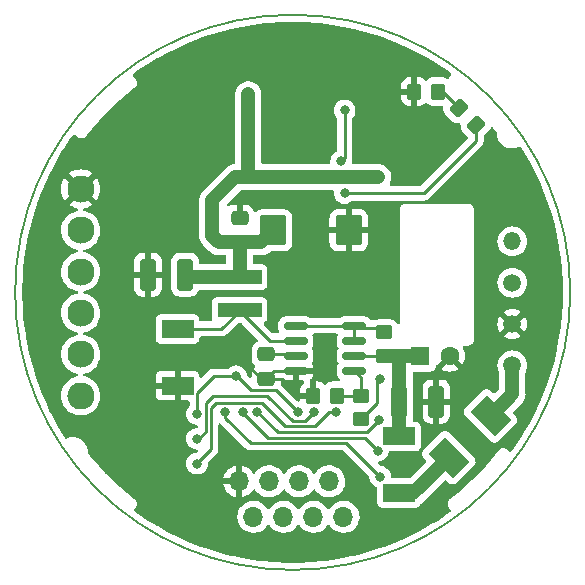
<source format=gbr>
%TF.GenerationSoftware,KiCad,Pcbnew,(6.0.9)*%
%TF.CreationDate,2024-03-01T19:09:02+01:00*%
%TF.ProjectId,HMW-IO-12-FM,484d572d-494f-42d3-9132-2d464d2e6b69,rev?*%
%TF.SameCoordinates,Original*%
%TF.FileFunction,Copper,L1,Top*%
%TF.FilePolarity,Positive*%
%FSLAX46Y46*%
G04 Gerber Fmt 4.6, Leading zero omitted, Abs format (unit mm)*
G04 Created by KiCad (PCBNEW (6.0.9)) date 2024-03-01 19:09:02*
%MOMM*%
%LPD*%
G01*
G04 APERTURE LIST*
G04 Aperture macros list*
%AMRoundRect*
0 Rectangle with rounded corners*
0 $1 Rounding radius*
0 $2 $3 $4 $5 $6 $7 $8 $9 X,Y pos of 4 corners*
0 Add a 4 corners polygon primitive as box body*
4,1,4,$2,$3,$4,$5,$6,$7,$8,$9,$2,$3,0*
0 Add four circle primitives for the rounded corners*
1,1,$1+$1,$2,$3*
1,1,$1+$1,$4,$5*
1,1,$1+$1,$6,$7*
1,1,$1+$1,$8,$9*
0 Add four rect primitives between the rounded corners*
20,1,$1+$1,$2,$3,$4,$5,0*
20,1,$1+$1,$4,$5,$6,$7,0*
20,1,$1+$1,$6,$7,$8,$9,0*
20,1,$1+$1,$8,$9,$2,$3,0*%
%AMRotRect*
0 Rectangle, with rotation*
0 The origin of the aperture is its center*
0 $1 length*
0 $2 width*
0 $3 Rotation angle, in degrees counterclockwise*
0 Add horizontal line*
21,1,$1,$2,0,0,$3*%
G04 Aperture macros list end*
%TA.AperFunction,NonConductor*%
%ADD10C,0.200000*%
%TD*%
%TA.AperFunction,SMDPad,CuDef*%
%ADD11RotRect,2.020000X2.950000X225.000000*%
%TD*%
%TA.AperFunction,SMDPad,CuDef*%
%ADD12R,2.700000X1.500000*%
%TD*%
%TA.AperFunction,ComponentPad*%
%ADD13O,1.500000X1.500000*%
%TD*%
%TA.AperFunction,ComponentPad*%
%ADD14C,1.500000*%
%TD*%
%TA.AperFunction,SMDPad,CuDef*%
%ADD15RoundRect,0.250000X-0.548008X-0.088388X-0.088388X-0.548008X0.548008X0.088388X0.088388X0.548008X0*%
%TD*%
%TA.AperFunction,SMDPad,CuDef*%
%ADD16RoundRect,0.250000X-0.475000X0.337500X-0.475000X-0.337500X0.475000X-0.337500X0.475000X0.337500X0*%
%TD*%
%TA.AperFunction,SMDPad,CuDef*%
%ADD17R,3.700000X1.200000*%
%TD*%
%TA.AperFunction,ComponentPad*%
%ADD18R,1.600000X1.600000*%
%TD*%
%TA.AperFunction,ComponentPad*%
%ADD19C,1.600000*%
%TD*%
%TA.AperFunction,SMDPad,CuDef*%
%ADD20RoundRect,0.250000X0.450000X-0.350000X0.450000X0.350000X-0.450000X0.350000X-0.450000X-0.350000X0*%
%TD*%
%TA.AperFunction,ComponentPad*%
%ADD21O,1.700000X1.700000*%
%TD*%
%TA.AperFunction,SMDPad,CuDef*%
%ADD22RoundRect,0.250000X-0.350000X-0.450000X0.350000X-0.450000X0.350000X0.450000X-0.350000X0.450000X0*%
%TD*%
%TA.AperFunction,SMDPad,CuDef*%
%ADD23RoundRect,0.250000X-0.875000X-1.025000X0.875000X-1.025000X0.875000X1.025000X-0.875000X1.025000X0*%
%TD*%
%TA.AperFunction,SMDPad,CuDef*%
%ADD24RoundRect,0.250000X0.350000X0.450000X-0.350000X0.450000X-0.350000X-0.450000X0.350000X-0.450000X0*%
%TD*%
%TA.AperFunction,SMDPad,CuDef*%
%ADD25RoundRect,0.250000X0.412500X1.100000X-0.412500X1.100000X-0.412500X-1.100000X0.412500X-1.100000X0*%
%TD*%
%TA.AperFunction,SMDPad,CuDef*%
%ADD26RoundRect,0.150000X-0.825000X-0.150000X0.825000X-0.150000X0.825000X0.150000X-0.825000X0.150000X0*%
%TD*%
%TA.AperFunction,ComponentPad*%
%ADD27O,2.300000X2.300000*%
%TD*%
%TA.AperFunction,ComponentPad*%
%ADD28C,2.300000*%
%TD*%
%TA.AperFunction,SMDPad,CuDef*%
%ADD29RoundRect,0.250000X-0.412500X-1.100000X0.412500X-1.100000X0.412500X1.100000X-0.412500X1.100000X0*%
%TD*%
%TA.AperFunction,ViaPad*%
%ADD30C,0.800000*%
%TD*%
%TA.AperFunction,Conductor*%
%ADD31C,0.250000*%
%TD*%
%TA.AperFunction,Conductor*%
%ADD32C,1.200000*%
%TD*%
G04 APERTURE END LIST*
D10*
X173500000Y-75000000D02*
G75*
G03*
X173500000Y-75000000I-23500000J0D01*
G01*
D11*
%TO.P,SI1,1*%
%TO.N,/+24V*%
X166750000Y-85464466D03*
%TO.P,SI1,2*%
%TO.N,Net-(D2-Pad2)*%
X163214466Y-89000000D03*
%TD*%
D12*
%TO.P,D3,1,K*%
%TO.N,Net-(D3-Pad1)*%
X140250000Y-78100000D03*
%TO.P,D3,2,A*%
%TO.N,/GND*%
X140250000Y-82900000D03*
%TD*%
D13*
%TO.P,J4,01,01*%
%TO.N,Net-(C15-Pad1)*%
X168600000Y-70687500D03*
D14*
%TO.P,J4,02,02*%
%TO.N,Net-(C14-Pad1)*%
X168600000Y-74187500D03*
%TO.P,J4,03,03*%
%TO.N,/GND*%
X168600000Y-77687500D03*
%TO.P,J4,04,04*%
%TO.N,/+24V*%
X168600000Y-81187500D03*
%TD*%
D15*
%TO.P,D1,1,K*%
%TO.N,Net-(D1-Pad1)*%
X164075216Y-59375216D03*
%TO.P,D1,2,A*%
%TO.N,/LED*%
X165524784Y-60824784D03*
%TD*%
D16*
%TO.P,C19,1*%
%TO.N,Net-(C19-Pad1)*%
X147750000Y-80250000D03*
%TO.P,C19,2*%
%TO.N,/GND*%
X147750000Y-82325000D03*
%TD*%
D17*
%TO.P,L1,1,1*%
%TO.N,/VCC*%
X145500000Y-73700000D03*
%TO.P,L1,2,2*%
%TO.N,Net-(D3-Pad1)*%
X145500000Y-76500000D03*
%TD*%
D12*
%TO.P,D2,1,K*%
%TO.N,Net-(C17-Pad1)*%
X159000000Y-87200000D03*
%TO.P,D2,2,A*%
%TO.N,Net-(D2-Pad2)*%
X159000000Y-92000000D03*
%TD*%
D18*
%TO.P,C17,1*%
%TO.N,Net-(C17-Pad1)*%
X160794888Y-80400000D03*
D19*
%TO.P,C17,2*%
%TO.N,/GND*%
X163294888Y-80400000D03*
%TD*%
D20*
%TO.P,R16,1*%
%TO.N,Net-(C17-Pad1)*%
X157750000Y-80400000D03*
%TO.P,R16,2*%
%TO.N,Net-(IC4-Pad1)*%
X157750000Y-78400000D03*
%TD*%
D21*
%TO.P,J1,1,Pin_1*%
%TO.N,Net-(J1-Pad1)*%
X154300000Y-94000000D03*
%TO.P,J1,2,Pin_2*%
%TO.N,Net-(J1-Pad2)*%
X151760000Y-94000000D03*
%TO.P,J1,3,Pin_3*%
%TO.N,Net-(J1-Pad3)*%
X149220000Y-94000000D03*
%TO.P,J1,4,Pin_4*%
%TO.N,Net-(J1-Pad4)*%
X146680000Y-94000000D03*
%TD*%
D22*
%TO.P,R14,1*%
%TO.N,/GND*%
X160300000Y-58000000D03*
%TO.P,R14,2*%
%TO.N,Net-(D1-Pad1)*%
X162300000Y-58000000D03*
%TD*%
D16*
%TO.P,C21,1*%
%TO.N,/GND*%
X145500000Y-68675000D03*
%TO.P,C21,2*%
%TO.N,/VCC*%
X145500000Y-70750000D03*
%TD*%
D23*
%TO.P,C20,1*%
%TO.N,/VCC*%
X148350000Y-69750000D03*
%TO.P,C20,2*%
%TO.N,/GND*%
X154750000Y-69750000D03*
%TD*%
D24*
%TO.P,R18,1*%
%TO.N,Net-(IC4-Pad5)*%
X153750000Y-83750000D03*
%TO.P,R18,2*%
%TO.N,/GND*%
X151750000Y-83750000D03*
%TD*%
D25*
%TO.P,C22,1*%
%TO.N,/VCC*%
X140875000Y-73500000D03*
%TO.P,C22,2*%
%TO.N,/GND*%
X137750000Y-73500000D03*
%TD*%
D26*
%TO.P,IC4,1,SwC*%
%TO.N,Net-(IC4-Pad1)*%
X150275000Y-77845000D03*
%TO.P,IC4,2,SwE*%
%TO.N,Net-(D3-Pad1)*%
X150275000Y-79115000D03*
%TO.P,IC4,3,TC*%
%TO.N,Net-(C19-Pad1)*%
X150275000Y-80385000D03*
%TO.P,IC4,4,GND*%
%TO.N,/GND*%
X150275000Y-81655000D03*
%TO.P,IC4,5,Vfb*%
%TO.N,Net-(IC4-Pad5)*%
X155225000Y-81655000D03*
%TO.P,IC4,6,Vin*%
%TO.N,Net-(C17-Pad1)*%
X155225000Y-80385000D03*
%TO.P,IC4,7,Ipk*%
%TO.N,Net-(IC4-Pad1)*%
X155225000Y-79115000D03*
%TO.P,IC4,8,DC*%
X155225000Y-77845000D03*
%TD*%
D21*
%TO.P,J2,1,Pin_1*%
%TO.N,Net-(J2-Pad1)*%
X153090000Y-91000000D03*
%TO.P,J2,2,Pin_2*%
%TO.N,Net-(J2-Pad2)*%
X150550000Y-91000000D03*
%TO.P,J2,3,Pin_3*%
%TO.N,Net-(J2-Pad3)*%
X148010000Y-91000000D03*
%TO.P,J2,4,Pin_4*%
%TO.N,/GND*%
X145470000Y-91000000D03*
%TD*%
D27*
%TO.P,J3,1,Pin_1*%
%TO.N,Net-(J3-Pad1)*%
X132050000Y-83750000D03*
D28*
%TO.P,J3,2,Pin_2*%
%TO.N,Net-(J3-Pad2)*%
X132050000Y-80250000D03*
%TO.P,J3,3,Pin_3*%
%TO.N,Net-(J3-Pad3)*%
X132050000Y-76750000D03*
%TO.P,J3,4,Pin_4*%
%TO.N,Net-(J3-Pad4)*%
X132050000Y-73250000D03*
%TO.P,J3,5,Pin_5*%
%TO.N,Net-(J3-Pad5)*%
X132050000Y-69750000D03*
%TO.P,J3,6,Pin_6*%
%TO.N,/GND*%
X132050000Y-66250000D03*
%TD*%
D20*
%TO.P,R17,1*%
%TO.N,/VCC*%
X155750000Y-85750000D03*
%TO.P,R17,2*%
%TO.N,Net-(IC4-Pad5)*%
X155750000Y-83750000D03*
%TD*%
D29*
%TO.P,C18,1*%
%TO.N,Net-(C17-Pad1)*%
X159037500Y-84250000D03*
%TO.P,C18,2*%
%TO.N,/GND*%
X162162500Y-84250000D03*
%TD*%
D30*
%TO.N,/GND*%
X133000000Y-63000000D03*
X137000000Y-61500000D03*
X140000000Y-92000000D03*
X133700000Y-75300000D03*
X134000000Y-89000000D03*
X171000000Y-80000000D03*
X128250000Y-75500000D03*
X165000000Y-66000000D03*
X142000000Y-94000000D03*
X139000000Y-63000000D03*
X171000000Y-73000000D03*
X166000000Y-80000000D03*
X166000000Y-76000000D03*
X144250000Y-94000000D03*
X150750000Y-74250000D03*
X135000000Y-60750000D03*
X142000000Y-92000000D03*
X139000000Y-60750000D03*
X157000000Y-95000000D03*
X133600000Y-68000000D03*
X136250000Y-89000000D03*
X138000000Y-92000000D03*
X149750000Y-83000000D03*
X136250000Y-87000000D03*
X171000000Y-70000000D03*
X134000000Y-87000000D03*
X171000000Y-76000000D03*
X166000000Y-70000000D03*
X128250000Y-72750000D03*
X133500000Y-81900000D03*
X166000000Y-73000000D03*
X149500000Y-73000000D03*
X139000000Y-58000000D03*
X133600000Y-71600000D03*
X137000000Y-59250000D03*
X140000000Y-94000000D03*
%TO.N,/VCC*%
X146250000Y-58250000D03*
X157250000Y-65250000D03*
X157400000Y-82300000D03*
X141387500Y-73700000D03*
X148400000Y-65250000D03*
%TO.N,/LED*%
X154400000Y-66600000D03*
%TO.N,/TXD*%
X154400000Y-59600000D03*
X154100000Y-63900000D03*
%TO.N,/SO7*%
X157400000Y-90600000D03*
X144300000Y-85100000D03*
%TO.N,/SO6*%
X157200000Y-88400000D03*
X145800000Y-85100000D03*
%TO.N,/SO5*%
X157300000Y-85813173D03*
X147000000Y-85100000D03*
%TO.N,/SO4*%
X150443701Y-85162000D03*
X145200000Y-82100000D03*
X141900000Y-85300000D03*
%TO.N,/SO3*%
X151800000Y-85100000D03*
X141900000Y-87400000D03*
%TO.N,/SO2*%
X153700000Y-85100000D03*
X141900000Y-89500000D03*
%TD*%
D31*
%TO.N,Net-(D3-Pad1)*%
X150275000Y-79115000D02*
X148065000Y-79115000D01*
X148065000Y-79115000D02*
X145500000Y-76550000D01*
X143950000Y-78100000D02*
X145500000Y-76550000D01*
X140250000Y-78100000D02*
X143950000Y-78100000D01*
%TO.N,/GND*%
X140250000Y-82900000D02*
X140250000Y-81000000D01*
X147337500Y-82325000D02*
X147750000Y-82325000D01*
X148420000Y-81655000D02*
X147750000Y-82325000D01*
X149750000Y-83000000D02*
X149075000Y-82325000D01*
X140250000Y-81000000D02*
X140750000Y-80500000D01*
X140750000Y-80500000D02*
X145512500Y-80500000D01*
X151750000Y-83750000D02*
X150500000Y-83750000D01*
X149075000Y-82325000D02*
X147750000Y-82325000D01*
X145512500Y-80500000D02*
X147337500Y-82325000D01*
X150500000Y-83750000D02*
X149750000Y-83000000D01*
X150275000Y-81655000D02*
X148420000Y-81655000D01*
D32*
%TO.N,Net-(C17-Pad1)*%
X159037500Y-84250000D02*
X159037500Y-80562500D01*
X159037500Y-87162500D02*
X159000000Y-87200000D01*
D31*
X159037500Y-80562500D02*
X159200000Y-80400000D01*
D32*
X159200000Y-80400000D02*
X160594888Y-80400000D01*
X159037500Y-84250000D02*
X159037500Y-87162500D01*
D31*
X155225000Y-80385000D02*
X157365000Y-80385000D01*
D32*
X157750000Y-80400000D02*
X159200000Y-80400000D01*
D31*
%TO.N,Net-(C19-Pad1)*%
X147750000Y-80250000D02*
X150140000Y-80250000D01*
X150140000Y-80250000D02*
X150275000Y-80385000D01*
D32*
%TO.N,/VCC*%
X157250000Y-65250000D02*
X148400000Y-65250000D01*
X141050000Y-73675000D02*
X145500000Y-73675000D01*
X143200000Y-67200000D02*
X143200000Y-70200000D01*
X146250000Y-65250000D02*
X145150000Y-65250000D01*
D31*
X157100000Y-82600000D02*
X157100000Y-84400000D01*
D32*
X143750000Y-70750000D02*
X147350000Y-70750000D01*
X146250000Y-65250000D02*
X146250000Y-58250000D01*
X145150000Y-65250000D02*
X143200000Y-67200000D01*
D31*
X157100000Y-84400000D02*
X155750000Y-85750000D01*
D32*
X143750000Y-70750000D02*
X145500000Y-70750000D01*
X145500000Y-73675000D02*
X145500000Y-70750000D01*
D31*
X157400000Y-82300000D02*
X157100000Y-82600000D01*
D32*
X148400000Y-65250000D02*
X146250000Y-65250000D01*
X143200000Y-70200000D02*
X143750000Y-70750000D01*
X147350000Y-70750000D02*
X148350000Y-69750000D01*
D31*
%TO.N,Net-(D1-Pad1)*%
X162400000Y-58100000D02*
X162800000Y-58100000D01*
X162800000Y-58100000D02*
X164075216Y-59375216D01*
%TO.N,/LED*%
X154400000Y-66600000D02*
X161099568Y-66600000D01*
X165524784Y-60824784D02*
X165524784Y-62174784D01*
X165524784Y-62174784D02*
X161099568Y-66600000D01*
D32*
%TO.N,Net-(D2-Pad2)*%
X160214466Y-92000000D02*
X163214466Y-89000000D01*
D31*
X159000000Y-92000000D02*
X160214466Y-92000000D01*
%TO.N,/TXD*%
X154100000Y-63900000D02*
X154400000Y-63600000D01*
X154400000Y-63600000D02*
X154400000Y-59600000D01*
%TO.N,/SO7*%
X146450000Y-87750000D02*
X154550000Y-87750000D01*
X144300000Y-85100000D02*
X144300000Y-85600000D01*
X144300000Y-85600000D02*
X146450000Y-87750000D01*
X154550000Y-87750000D02*
X157400000Y-90600000D01*
%TO.N,/SO6*%
X156100000Y-87300000D02*
X147900000Y-87300000D01*
X157200000Y-88400000D02*
X156100000Y-87300000D01*
X145800000Y-85200000D02*
X145800000Y-85100000D01*
X147900000Y-87300000D02*
X145800000Y-85200000D01*
%TO.N,/SO5*%
X148750000Y-86850000D02*
X147000000Y-85100000D01*
X157300000Y-85813173D02*
X156263173Y-86850000D01*
X156263173Y-86850000D02*
X148750000Y-86850000D01*
%TO.N,/SO4*%
X148581701Y-83300000D02*
X146500000Y-83300000D01*
X146500000Y-83300000D02*
X145300000Y-82100000D01*
X141900000Y-85300000D02*
X141900000Y-83500000D01*
X150443701Y-85162000D02*
X148581701Y-83300000D01*
X141900000Y-83500000D02*
X143300000Y-82100000D01*
X143300000Y-82100000D02*
X145200000Y-82100000D01*
X145300000Y-82100000D02*
X145200000Y-82100000D01*
%TO.N,/SO3*%
X143250000Y-83750000D02*
X142625000Y-84375000D01*
X142625000Y-84375000D02*
X142625000Y-86800000D01*
X151013000Y-85887000D02*
X149987000Y-85887000D01*
X147850000Y-83750000D02*
X143250000Y-83750000D01*
X151800000Y-85100000D02*
X151013000Y-85887000D01*
X142625000Y-86800000D02*
X142025000Y-87400000D01*
X149987000Y-85887000D02*
X147850000Y-83750000D01*
X142025000Y-87400000D02*
X141900000Y-87400000D01*
%TO.N,/SO2*%
X143499695Y-84375000D02*
X147425000Y-84375000D01*
X147425000Y-84375000D02*
X149387000Y-86337000D01*
X141900000Y-89500000D02*
X141900000Y-89450000D01*
X141900000Y-89450000D02*
X143075000Y-88275000D01*
X153100000Y-85100000D02*
X153700000Y-85100000D01*
X151863000Y-86337000D02*
X153100000Y-85100000D01*
X143075000Y-84799695D02*
X143499695Y-84375000D01*
X143075000Y-88275000D02*
X143075000Y-84799695D01*
X149387000Y-86337000D02*
X151863000Y-86337000D01*
%TO.N,Net-(IC4-Pad1)*%
X150275000Y-77845000D02*
X155225000Y-77845000D01*
X157750000Y-78000000D02*
X155380000Y-78000000D01*
X155225000Y-77845000D02*
X155225000Y-79115000D01*
X155380000Y-78000000D02*
X155225000Y-77845000D01*
%TO.N,Net-(IC4-Pad5)*%
X155750000Y-83750000D02*
X153750000Y-83750000D01*
X155750000Y-83750000D02*
X155750000Y-82180000D01*
X155750000Y-82180000D02*
X155225000Y-81655000D01*
D32*
%TO.N,/+24V*%
X166750000Y-85464466D02*
X168600000Y-83614466D01*
X168600000Y-83614466D02*
X168600000Y-81187500D01*
%TD*%
%TA.AperFunction,Conductor*%
%TO.N,/GND*%
G36*
X150482052Y-52113631D02*
G01*
X151434728Y-52153560D01*
X151439986Y-52153891D01*
X151688201Y-52174734D01*
X152390190Y-52233682D01*
X152395439Y-52234234D01*
X152858974Y-52292792D01*
X153341455Y-52353743D01*
X153346605Y-52354502D01*
X154286878Y-52513538D01*
X154291983Y-52514512D01*
X154758366Y-52613645D01*
X155224733Y-52712775D01*
X155229871Y-52713981D01*
X156153417Y-52951107D01*
X156158500Y-52952526D01*
X157071341Y-53228129D01*
X157076360Y-53229760D01*
X157637103Y-53425031D01*
X157976840Y-53543339D01*
X157981764Y-53545170D01*
X158852050Y-53889741D01*
X158868358Y-53896198D01*
X158873223Y-53898243D01*
X159744317Y-54286079D01*
X159749092Y-54288326D01*
X160603175Y-54712297D01*
X160607852Y-54714742D01*
X161443447Y-55174113D01*
X161448017Y-55176752D01*
X162263635Y-55670708D01*
X162268069Y-55673522D01*
X162409436Y-55767446D01*
X163062288Y-56201200D01*
X163066622Y-56204212D01*
X163290235Y-56366676D01*
X163392987Y-56441330D01*
X163436341Y-56497552D01*
X163442416Y-56568288D01*
X163414385Y-56625507D01*
X163360960Y-56687519D01*
X163312484Y-56743786D01*
X163303995Y-56752717D01*
X163303756Y-56752945D01*
X163296441Y-56758162D01*
X163290886Y-56765220D01*
X163290882Y-56765224D01*
X163259539Y-56805048D01*
X163255988Y-56809361D01*
X163241944Y-56825663D01*
X163239527Y-56829443D01*
X163239327Y-56829756D01*
X163232190Y-56839800D01*
X163207339Y-56871377D01*
X163149492Y-56912535D01*
X163078575Y-56915886D01*
X163042212Y-56900709D01*
X162978968Y-56861725D01*
X162978966Y-56861724D01*
X162972738Y-56857885D01*
X162875591Y-56825663D01*
X162811389Y-56804368D01*
X162811387Y-56804368D01*
X162804861Y-56802203D01*
X162798025Y-56801503D01*
X162798022Y-56801502D01*
X162754969Y-56797091D01*
X162700400Y-56791500D01*
X161899600Y-56791500D01*
X161896354Y-56791837D01*
X161896350Y-56791837D01*
X161800692Y-56801762D01*
X161800688Y-56801763D01*
X161793834Y-56802474D01*
X161787298Y-56804655D01*
X161787296Y-56804655D01*
X161773191Y-56809361D01*
X161626054Y-56858450D01*
X161475652Y-56951522D01*
X161470479Y-56956704D01*
X161388862Y-57038463D01*
X161326579Y-57072542D01*
X161255759Y-57067539D01*
X161210671Y-57038618D01*
X161128171Y-56956261D01*
X161116760Y-56947249D01*
X160978757Y-56862184D01*
X160965576Y-56856037D01*
X160811290Y-56804862D01*
X160797914Y-56801995D01*
X160703562Y-56792328D01*
X160697145Y-56792000D01*
X160572115Y-56792000D01*
X160556876Y-56796475D01*
X160555671Y-56797865D01*
X160554000Y-56805548D01*
X160554000Y-59189884D01*
X160558475Y-59205123D01*
X160559865Y-59206328D01*
X160567548Y-59207999D01*
X160697095Y-59207999D01*
X160703614Y-59207662D01*
X160799206Y-59197743D01*
X160812600Y-59194851D01*
X160966784Y-59143412D01*
X160979962Y-59137239D01*
X161117807Y-59051937D01*
X161129208Y-59042901D01*
X161210430Y-58961538D01*
X161272713Y-58927459D01*
X161343533Y-58932462D01*
X161388620Y-58961383D01*
X161471512Y-59044130D01*
X161471517Y-59044134D01*
X161476697Y-59049305D01*
X161482927Y-59053145D01*
X161482928Y-59053146D01*
X161620288Y-59137816D01*
X161627262Y-59142115D01*
X161707005Y-59168564D01*
X161788611Y-59195632D01*
X161788613Y-59195632D01*
X161795139Y-59197797D01*
X161801975Y-59198497D01*
X161801978Y-59198498D01*
X161845031Y-59202909D01*
X161899600Y-59208500D01*
X162648892Y-59208500D01*
X162717013Y-59228502D01*
X162763506Y-59282158D01*
X162773610Y-59352432D01*
X162771538Y-59363379D01*
X162768606Y-59375831D01*
X162768612Y-59383147D01*
X162768612Y-59383150D01*
X162768683Y-59464457D01*
X162768760Y-59552701D01*
X162809599Y-59724793D01*
X162812881Y-59731332D01*
X162812881Y-59731333D01*
X162885846Y-59876723D01*
X162885849Y-59876727D01*
X162888933Y-59882873D01*
X162955230Y-59964307D01*
X163486125Y-60495202D01*
X163492800Y-60500622D01*
X163563325Y-60557888D01*
X163563328Y-60557890D01*
X163568673Y-60562230D01*
X163726892Y-60641288D01*
X163734018Y-60642966D01*
X163734021Y-60642967D01*
X163891930Y-60680149D01*
X163891934Y-60680149D01*
X163899054Y-60681826D01*
X163906370Y-60681820D01*
X163906373Y-60681820D01*
X163987681Y-60681749D01*
X164075925Y-60681672D01*
X164080745Y-60680528D01*
X164149777Y-60692282D01*
X164202213Y-60740146D01*
X164220447Y-60808761D01*
X164219742Y-60818739D01*
X164218174Y-60825399D01*
X164218180Y-60832719D01*
X164218180Y-60832722D01*
X164218251Y-60914404D01*
X164218328Y-61002269D01*
X164220018Y-61009390D01*
X164247887Y-61126826D01*
X164259167Y-61174361D01*
X164262449Y-61180900D01*
X164262449Y-61180901D01*
X164335414Y-61326291D01*
X164335417Y-61326295D01*
X164338501Y-61332441D01*
X164404798Y-61413875D01*
X164808198Y-61817275D01*
X164842224Y-61879587D01*
X164837159Y-61950402D01*
X164808198Y-61995465D01*
X160874068Y-65929595D01*
X160811756Y-65963621D01*
X160784973Y-65966500D01*
X158334594Y-65966500D01*
X158266473Y-65946498D01*
X158219980Y-65892842D01*
X158209876Y-65822568D01*
X158225530Y-65777405D01*
X158259467Y-65718742D01*
X158262473Y-65713546D01*
X158331861Y-65513729D01*
X158362213Y-65304396D01*
X158352433Y-65093101D01*
X158302875Y-64887466D01*
X158215326Y-64694913D01*
X158092946Y-64522389D01*
X157940150Y-64376119D01*
X157762452Y-64261380D01*
X157702354Y-64237160D01*
X157571832Y-64184558D01*
X157571829Y-64184557D01*
X157566263Y-64182314D01*
X157358663Y-64141772D01*
X157353101Y-64141500D01*
X155128059Y-64141500D01*
X155059938Y-64121498D01*
X155013445Y-64067842D01*
X155002749Y-64002330D01*
X155012814Y-63906565D01*
X155013504Y-63900000D01*
X155006322Y-63831670D01*
X155010560Y-63784203D01*
X155013181Y-63778145D01*
X155014420Y-63770321D01*
X155014422Y-63770315D01*
X155020099Y-63734476D01*
X155022505Y-63722856D01*
X155031528Y-63687711D01*
X155031528Y-63687710D01*
X155033500Y-63680030D01*
X155033500Y-63659776D01*
X155035051Y-63640065D01*
X155036980Y-63627886D01*
X155038220Y-63620057D01*
X155034059Y-63576038D01*
X155033500Y-63564181D01*
X155033500Y-60302524D01*
X155053502Y-60234403D01*
X155065858Y-60218221D01*
X155139040Y-60136944D01*
X155234527Y-59971556D01*
X155293542Y-59789928D01*
X155313504Y-59600000D01*
X155293542Y-59410072D01*
X155234527Y-59228444D01*
X155222529Y-59207662D01*
X155142341Y-59068774D01*
X155139040Y-59063056D01*
X155129762Y-59052751D01*
X155015675Y-58926045D01*
X155015674Y-58926044D01*
X155011253Y-58921134D01*
X154856752Y-58808882D01*
X154850724Y-58806198D01*
X154850722Y-58806197D01*
X154688319Y-58733891D01*
X154688318Y-58733891D01*
X154682288Y-58731206D01*
X154588888Y-58711353D01*
X154501944Y-58692872D01*
X154501939Y-58692872D01*
X154495487Y-58691500D01*
X154304513Y-58691500D01*
X154298061Y-58692872D01*
X154298056Y-58692872D01*
X154211112Y-58711353D01*
X154117712Y-58731206D01*
X154111682Y-58733891D01*
X154111681Y-58733891D01*
X153949278Y-58806197D01*
X153949276Y-58806198D01*
X153943248Y-58808882D01*
X153788747Y-58921134D01*
X153784326Y-58926044D01*
X153784325Y-58926045D01*
X153670239Y-59052751D01*
X153660960Y-59063056D01*
X153657659Y-59068774D01*
X153577472Y-59207662D01*
X153565473Y-59228444D01*
X153506458Y-59410072D01*
X153486496Y-59600000D01*
X153506458Y-59789928D01*
X153565473Y-59971556D01*
X153660960Y-60136944D01*
X153734137Y-60218215D01*
X153764853Y-60282221D01*
X153766500Y-60302524D01*
X153766500Y-62972181D01*
X153746498Y-63040302D01*
X153691749Y-63087288D01*
X153649278Y-63106197D01*
X153649276Y-63106198D01*
X153643248Y-63108882D01*
X153488747Y-63221134D01*
X153360960Y-63363056D01*
X153265473Y-63528444D01*
X153206458Y-63710072D01*
X153205768Y-63716633D01*
X153205768Y-63716635D01*
X153193677Y-63831672D01*
X153186496Y-63900000D01*
X153187186Y-63906565D01*
X153197251Y-64002330D01*
X153184479Y-64072168D01*
X153135977Y-64124015D01*
X153071941Y-64141500D01*
X147484500Y-64141500D01*
X147416379Y-64121498D01*
X147369886Y-64067842D01*
X147358500Y-64015500D01*
X147358500Y-58497095D01*
X159192001Y-58497095D01*
X159192338Y-58503614D01*
X159202257Y-58599206D01*
X159205149Y-58612600D01*
X159256588Y-58766784D01*
X159262761Y-58779962D01*
X159348063Y-58917807D01*
X159357099Y-58929208D01*
X159471829Y-59043739D01*
X159483240Y-59052751D01*
X159621243Y-59137816D01*
X159634424Y-59143963D01*
X159788710Y-59195138D01*
X159802086Y-59198005D01*
X159896438Y-59207672D01*
X159902854Y-59208000D01*
X160027885Y-59208000D01*
X160043124Y-59203525D01*
X160044329Y-59202135D01*
X160046000Y-59194452D01*
X160046000Y-58272115D01*
X160041525Y-58256876D01*
X160040135Y-58255671D01*
X160032452Y-58254000D01*
X159210116Y-58254000D01*
X159194877Y-58258475D01*
X159193672Y-58259865D01*
X159192001Y-58267548D01*
X159192001Y-58497095D01*
X147358500Y-58497095D01*
X147358500Y-58197154D01*
X147343452Y-58039434D01*
X147283908Y-57836466D01*
X147237315Y-57746000D01*
X147227985Y-57727885D01*
X159192000Y-57727885D01*
X159196475Y-57743124D01*
X159197865Y-57744329D01*
X159205548Y-57746000D01*
X160027885Y-57746000D01*
X160043124Y-57741525D01*
X160044329Y-57740135D01*
X160046000Y-57732452D01*
X160046000Y-56810116D01*
X160041525Y-56794877D01*
X160040135Y-56793672D01*
X160032452Y-56792001D01*
X159902905Y-56792001D01*
X159896386Y-56792338D01*
X159800794Y-56802257D01*
X159787400Y-56805149D01*
X159633216Y-56856588D01*
X159620038Y-56862761D01*
X159482193Y-56948063D01*
X159470792Y-56957099D01*
X159356261Y-57071829D01*
X159347249Y-57083240D01*
X159262184Y-57221243D01*
X159256037Y-57234424D01*
X159204862Y-57388710D01*
X159201995Y-57402086D01*
X159192328Y-57496438D01*
X159192000Y-57502855D01*
X159192000Y-57727885D01*
X147227985Y-57727885D01*
X147189804Y-57653751D01*
X147189802Y-57653748D01*
X147187058Y-57648420D01*
X147056396Y-57482080D01*
X147051865Y-57478148D01*
X147051862Y-57478145D01*
X146901167Y-57347379D01*
X146896637Y-57343448D01*
X146891451Y-57340448D01*
X146891447Y-57340445D01*
X146718742Y-57240533D01*
X146713546Y-57237527D01*
X146513729Y-57168139D01*
X146507794Y-57167278D01*
X146507792Y-57167278D01*
X146310336Y-57138648D01*
X146310333Y-57138648D01*
X146304396Y-57137787D01*
X146093101Y-57147567D01*
X145986794Y-57173187D01*
X145893299Y-57195719D01*
X145893297Y-57195720D01*
X145887466Y-57197125D01*
X145882008Y-57199607D01*
X145882004Y-57199608D01*
X145766959Y-57251916D01*
X145694913Y-57284674D01*
X145612057Y-57343448D01*
X145529393Y-57402086D01*
X145522389Y-57407054D01*
X145376119Y-57559850D01*
X145261380Y-57737548D01*
X145182314Y-57933737D01*
X145141772Y-58141337D01*
X145141500Y-58146899D01*
X145141500Y-64018308D01*
X145121498Y-64086429D01*
X145067842Y-64132922D01*
X145030200Y-64143448D01*
X145026079Y-64143932D01*
X145020082Y-64144063D01*
X145003523Y-64147628D01*
X144987325Y-64151115D01*
X144972774Y-64153367D01*
X144959405Y-64154643D01*
X144939434Y-64156548D01*
X144933674Y-64158238D01*
X144933673Y-64158238D01*
X144881388Y-64173576D01*
X144872440Y-64175848D01*
X144819168Y-64187317D01*
X144819156Y-64187321D01*
X144813298Y-64188582D01*
X144807776Y-64190931D01*
X144807778Y-64190931D01*
X144782479Y-64201696D01*
X144768615Y-64206661D01*
X144736466Y-64216092D01*
X144731142Y-64218834D01*
X144682679Y-64243794D01*
X144674326Y-64247716D01*
X144618663Y-64271401D01*
X144613687Y-64274751D01*
X144590879Y-64290106D01*
X144578208Y-64297600D01*
X144548420Y-64312942D01*
X144543701Y-64316649D01*
X144500858Y-64350303D01*
X144493390Y-64355739D01*
X144456961Y-64380264D01*
X144443200Y-64389528D01*
X144439075Y-64393269D01*
X144418467Y-64413877D01*
X144407205Y-64423868D01*
X144386797Y-64439898D01*
X144386793Y-64439902D01*
X144382080Y-64443604D01*
X144378149Y-64448134D01*
X144378148Y-64448135D01*
X144341291Y-64490609D01*
X144335221Y-64497123D01*
X142489895Y-66342449D01*
X142481621Y-66349435D01*
X142481820Y-66349665D01*
X142477275Y-66353588D01*
X142472389Y-66357054D01*
X142408287Y-66424016D01*
X142406364Y-66425980D01*
X142378804Y-66453540D01*
X142376894Y-66455852D01*
X142376892Y-66455855D01*
X142374079Y-66459261D01*
X142367957Y-66466145D01*
X142326119Y-66509850D01*
X142322867Y-66514886D01*
X142322864Y-66514890D01*
X142307947Y-66537992D01*
X142299252Y-66549873D01*
X142277920Y-66575705D01*
X142261060Y-66606565D01*
X142248913Y-66628797D01*
X142244202Y-66636717D01*
X142211380Y-66687548D01*
X142209136Y-66693116D01*
X142209135Y-66693118D01*
X142198858Y-66718619D01*
X142192565Y-66731932D01*
X142176504Y-66761329D01*
X142174676Y-66767041D01*
X142174673Y-66767047D01*
X142158059Y-66818951D01*
X142154928Y-66827625D01*
X142132314Y-66883737D01*
X142131164Y-66889627D01*
X142125895Y-66916608D01*
X142122232Y-66930875D01*
X142112019Y-66962781D01*
X142111305Y-66968728D01*
X142111303Y-66968735D01*
X142104802Y-67022846D01*
X142103366Y-67031967D01*
X142091772Y-67091337D01*
X142091500Y-67096899D01*
X142091500Y-67126040D01*
X142090601Y-67141068D01*
X142087504Y-67166845D01*
X142087504Y-67166851D01*
X142086790Y-67172793D01*
X142087213Y-67178768D01*
X142087213Y-67178771D01*
X142091185Y-67234863D01*
X142091500Y-67243762D01*
X142091500Y-70095743D01*
X142090589Y-70106532D01*
X142090893Y-70106554D01*
X142090454Y-70112528D01*
X142089448Y-70118446D01*
X142089579Y-70124447D01*
X142091470Y-70211099D01*
X142091500Y-70213848D01*
X142091500Y-70252846D01*
X142091784Y-70255825D01*
X142091785Y-70255843D01*
X142092203Y-70260222D01*
X142092743Y-70269436D01*
X142094063Y-70329917D01*
X142095324Y-70335775D01*
X142095325Y-70335782D01*
X142101115Y-70362674D01*
X142103367Y-70377226D01*
X142106548Y-70410566D01*
X142108238Y-70416326D01*
X142108238Y-70416327D01*
X142123576Y-70468613D01*
X142125848Y-70477561D01*
X142137318Y-70530836D01*
X142137321Y-70530847D01*
X142138582Y-70536702D01*
X142140929Y-70542218D01*
X142140930Y-70542221D01*
X142151700Y-70567532D01*
X142156659Y-70581381D01*
X142166092Y-70613534D01*
X142193797Y-70667326D01*
X142197710Y-70675660D01*
X142221400Y-70731336D01*
X142240112Y-70759130D01*
X142247603Y-70771797D01*
X142260194Y-70796246D01*
X142260198Y-70796253D01*
X142262942Y-70801580D01*
X142279057Y-70822095D01*
X142300303Y-70849143D01*
X142305737Y-70856609D01*
X142336991Y-70903033D01*
X142337002Y-70903048D01*
X142339528Y-70906799D01*
X142343269Y-70910924D01*
X142363874Y-70931529D01*
X142373865Y-70942791D01*
X142389898Y-70963203D01*
X142389902Y-70963208D01*
X142393604Y-70967920D01*
X142398135Y-70971852D01*
X142398140Y-70971857D01*
X142440616Y-71008716D01*
X142447131Y-71014786D01*
X142892448Y-71460103D01*
X142899437Y-71468381D01*
X142899667Y-71468182D01*
X142903586Y-71472723D01*
X142907054Y-71477611D01*
X142911382Y-71481754D01*
X142974040Y-71541736D01*
X142976004Y-71543659D01*
X143003540Y-71571195D01*
X143005847Y-71573100D01*
X143009254Y-71575914D01*
X143016148Y-71582047D01*
X143055515Y-71619732D01*
X143055520Y-71619736D01*
X143059850Y-71623881D01*
X143087137Y-71641500D01*
X143087992Y-71642052D01*
X143099873Y-71650748D01*
X143105324Y-71655249D01*
X143125705Y-71672080D01*
X143153120Y-71687058D01*
X143178797Y-71701087D01*
X143186717Y-71705798D01*
X143237548Y-71738620D01*
X143243116Y-71740864D01*
X143243118Y-71740865D01*
X143268619Y-71751142D01*
X143281932Y-71757435D01*
X143311329Y-71773496D01*
X143317041Y-71775324D01*
X143317047Y-71775327D01*
X143368951Y-71791941D01*
X143377625Y-71795072D01*
X143433737Y-71817686D01*
X143466608Y-71824105D01*
X143480875Y-71827768D01*
X143507064Y-71836152D01*
X143507075Y-71836154D01*
X143512781Y-71837981D01*
X143518733Y-71838696D01*
X143572841Y-71845196D01*
X143581962Y-71846633D01*
X143612283Y-71852554D01*
X143641337Y-71858228D01*
X143646899Y-71858500D01*
X143676049Y-71858500D01*
X143691077Y-71859399D01*
X143716846Y-71862495D01*
X143716850Y-71862495D01*
X143722793Y-71863209D01*
X143728769Y-71862786D01*
X143728772Y-71862786D01*
X143784853Y-71858815D01*
X143793752Y-71858500D01*
X144265500Y-71858500D01*
X144333621Y-71878502D01*
X144380114Y-71932158D01*
X144391500Y-71984500D01*
X144391500Y-72440500D01*
X144371498Y-72508621D01*
X144317842Y-72555114D01*
X144265500Y-72566500D01*
X142172000Y-72566500D01*
X142103879Y-72546498D01*
X142057386Y-72492842D01*
X142046000Y-72440500D01*
X142046000Y-72349600D01*
X142038401Y-72276361D01*
X142035738Y-72250692D01*
X142035737Y-72250688D01*
X142035026Y-72243834D01*
X141997360Y-72130934D01*
X141981368Y-72083002D01*
X141979050Y-72076054D01*
X141885978Y-71925652D01*
X141760803Y-71800695D01*
X141751689Y-71795077D01*
X141616468Y-71711725D01*
X141616466Y-71711724D01*
X141610238Y-71707885D01*
X141489373Y-71667796D01*
X141448889Y-71654368D01*
X141448887Y-71654368D01*
X141442361Y-71652203D01*
X141435525Y-71651503D01*
X141435522Y-71651502D01*
X141389999Y-71646838D01*
X141337900Y-71641500D01*
X140412100Y-71641500D01*
X140408854Y-71641837D01*
X140408850Y-71641837D01*
X140313192Y-71651762D01*
X140313188Y-71651763D01*
X140306334Y-71652474D01*
X140299798Y-71654655D01*
X140299796Y-71654655D01*
X140202673Y-71687058D01*
X140138554Y-71708450D01*
X139988152Y-71801522D01*
X139863195Y-71926697D01*
X139859355Y-71932927D01*
X139859354Y-71932928D01*
X139827565Y-71984500D01*
X139770385Y-72077262D01*
X139714703Y-72245139D01*
X139704000Y-72349600D01*
X139704000Y-74650400D01*
X139704337Y-74653646D01*
X139704337Y-74653650D01*
X139714252Y-74749206D01*
X139714974Y-74756166D01*
X139717155Y-74762702D01*
X139717155Y-74762704D01*
X139739710Y-74830310D01*
X139770950Y-74923946D01*
X139864022Y-75074348D01*
X139989197Y-75199305D01*
X139995427Y-75203145D01*
X139995428Y-75203146D01*
X140132788Y-75287816D01*
X140139762Y-75292115D01*
X140219505Y-75318564D01*
X140301111Y-75345632D01*
X140301113Y-75345632D01*
X140307639Y-75347797D01*
X140314475Y-75348497D01*
X140314478Y-75348498D01*
X140357531Y-75352909D01*
X140412100Y-75358500D01*
X141337900Y-75358500D01*
X141341146Y-75358163D01*
X141341150Y-75358163D01*
X141436808Y-75348238D01*
X141436812Y-75348237D01*
X141443666Y-75347526D01*
X141450202Y-75345345D01*
X141450204Y-75345345D01*
X141582306Y-75301272D01*
X141611446Y-75291550D01*
X141761848Y-75198478D01*
X141886805Y-75073303D01*
X141917110Y-75024140D01*
X141975775Y-74928968D01*
X141975776Y-74928966D01*
X141979615Y-74922738D01*
X141997163Y-74869832D01*
X142037594Y-74811473D01*
X142103158Y-74784236D01*
X142116756Y-74783500D01*
X143468174Y-74783500D01*
X143512404Y-74791518D01*
X143539684Y-74801745D01*
X143601866Y-74808500D01*
X147398134Y-74808500D01*
X147460316Y-74801745D01*
X147596705Y-74750615D01*
X147713261Y-74663261D01*
X147800615Y-74546705D01*
X147851745Y-74410316D01*
X147858500Y-74348134D01*
X147858500Y-73051866D01*
X147851745Y-72989684D01*
X147800615Y-72853295D01*
X147713261Y-72736739D01*
X147596705Y-72649385D01*
X147460316Y-72598255D01*
X147398134Y-72591500D01*
X146734500Y-72591500D01*
X146666379Y-72571498D01*
X146619886Y-72517842D01*
X146608500Y-72465500D01*
X146608500Y-71984500D01*
X146628502Y-71916379D01*
X146682158Y-71869886D01*
X146734500Y-71858500D01*
X147245743Y-71858500D01*
X147256532Y-71859411D01*
X147256554Y-71859107D01*
X147262528Y-71859546D01*
X147268446Y-71860552D01*
X147361100Y-71858530D01*
X147363848Y-71858500D01*
X147402846Y-71858500D01*
X147405825Y-71858216D01*
X147405843Y-71858215D01*
X147410222Y-71857797D01*
X147419436Y-71857257D01*
X147451088Y-71856566D01*
X147473920Y-71856068D01*
X147473921Y-71856068D01*
X147479917Y-71855937D01*
X147485775Y-71854676D01*
X147485782Y-71854675D01*
X147512674Y-71848885D01*
X147527226Y-71846633D01*
X147542286Y-71845196D01*
X147560566Y-71843452D01*
X147566327Y-71841762D01*
X147618613Y-71826424D01*
X147627561Y-71824152D01*
X147680836Y-71812682D01*
X147680847Y-71812679D01*
X147686702Y-71811418D01*
X147692218Y-71809071D01*
X147692221Y-71809070D01*
X147717532Y-71798300D01*
X147731381Y-71793341D01*
X147763534Y-71783908D01*
X147817326Y-71756203D01*
X147825660Y-71752290D01*
X147881336Y-71728600D01*
X147909130Y-71709888D01*
X147921797Y-71702397D01*
X147946246Y-71689806D01*
X147946253Y-71689802D01*
X147951580Y-71687058D01*
X147977700Y-71666541D01*
X147999143Y-71649697D01*
X148006609Y-71644263D01*
X148053033Y-71613009D01*
X148053048Y-71612998D01*
X148056799Y-71610472D01*
X148060924Y-71606731D01*
X148081529Y-71586126D01*
X148092792Y-71576135D01*
X148112806Y-71560414D01*
X148178731Y-71534064D01*
X148190638Y-71533500D01*
X149275400Y-71533500D01*
X149278646Y-71533163D01*
X149278650Y-71533163D01*
X149374308Y-71523238D01*
X149374312Y-71523237D01*
X149381166Y-71522526D01*
X149387702Y-71520345D01*
X149387704Y-71520345D01*
X149541998Y-71468868D01*
X149548946Y-71466550D01*
X149699348Y-71373478D01*
X149824305Y-71248303D01*
X149828338Y-71241760D01*
X149913275Y-71103968D01*
X149913276Y-71103966D01*
X149917115Y-71097738D01*
X149958868Y-70971857D01*
X149970632Y-70936389D01*
X149970632Y-70936387D01*
X149972797Y-70929861D01*
X149974609Y-70912181D01*
X149981067Y-70849143D01*
X149983500Y-70825400D01*
X149983500Y-70822095D01*
X153117001Y-70822095D01*
X153117338Y-70828614D01*
X153127257Y-70924206D01*
X153130149Y-70937600D01*
X153181588Y-71091784D01*
X153187761Y-71104962D01*
X153273063Y-71242807D01*
X153282099Y-71254208D01*
X153396829Y-71368739D01*
X153408240Y-71377751D01*
X153546243Y-71462816D01*
X153559424Y-71468963D01*
X153713710Y-71520138D01*
X153727086Y-71523005D01*
X153821438Y-71532672D01*
X153827854Y-71533000D01*
X154477885Y-71533000D01*
X154493124Y-71528525D01*
X154494329Y-71527135D01*
X154496000Y-71519452D01*
X154496000Y-71514884D01*
X155004000Y-71514884D01*
X155008475Y-71530123D01*
X155009865Y-71531328D01*
X155017548Y-71532999D01*
X155672095Y-71532999D01*
X155678614Y-71532662D01*
X155774206Y-71522743D01*
X155787600Y-71519851D01*
X155941784Y-71468412D01*
X155954962Y-71462239D01*
X156092807Y-71376937D01*
X156104208Y-71367901D01*
X156218739Y-71253171D01*
X156227751Y-71241760D01*
X156312816Y-71103757D01*
X156318963Y-71090576D01*
X156370138Y-70936290D01*
X156373005Y-70922914D01*
X156382672Y-70828562D01*
X156383000Y-70822146D01*
X156383000Y-70022115D01*
X156378525Y-70006876D01*
X156377135Y-70005671D01*
X156369452Y-70004000D01*
X155022115Y-70004000D01*
X155006876Y-70008475D01*
X155005671Y-70009865D01*
X155004000Y-70017548D01*
X155004000Y-71514884D01*
X154496000Y-71514884D01*
X154496000Y-70022115D01*
X154491525Y-70006876D01*
X154490135Y-70005671D01*
X154482452Y-70004000D01*
X153135116Y-70004000D01*
X153119877Y-70008475D01*
X153118672Y-70009865D01*
X153117001Y-70017548D01*
X153117001Y-70822095D01*
X149983500Y-70822095D01*
X149983500Y-69477885D01*
X153117000Y-69477885D01*
X153121475Y-69493124D01*
X153122865Y-69494329D01*
X153130548Y-69496000D01*
X154477885Y-69496000D01*
X154493124Y-69491525D01*
X154494329Y-69490135D01*
X154496000Y-69482452D01*
X154496000Y-69477885D01*
X155004000Y-69477885D01*
X155008475Y-69493124D01*
X155009865Y-69494329D01*
X155017548Y-69496000D01*
X156364884Y-69496000D01*
X156380123Y-69491525D01*
X156381328Y-69490135D01*
X156382999Y-69482452D01*
X156382999Y-68677905D01*
X156382662Y-68671386D01*
X156372743Y-68575794D01*
X156369851Y-68562400D01*
X156318412Y-68408216D01*
X156312239Y-68395038D01*
X156226937Y-68257193D01*
X156217901Y-68245792D01*
X156103171Y-68131261D01*
X156091760Y-68122249D01*
X155953757Y-68037184D01*
X155940576Y-68031037D01*
X155786290Y-67979862D01*
X155772914Y-67976995D01*
X155678562Y-67967328D01*
X155672145Y-67967000D01*
X155022115Y-67967000D01*
X155006876Y-67971475D01*
X155005671Y-67972865D01*
X155004000Y-67980548D01*
X155004000Y-69477885D01*
X154496000Y-69477885D01*
X154496000Y-67985116D01*
X154491525Y-67969877D01*
X154490135Y-67968672D01*
X154482452Y-67967001D01*
X153827905Y-67967001D01*
X153821386Y-67967338D01*
X153725794Y-67977257D01*
X153712400Y-67980149D01*
X153558216Y-68031588D01*
X153545038Y-68037761D01*
X153407193Y-68123063D01*
X153395792Y-68132099D01*
X153281261Y-68246829D01*
X153272249Y-68258240D01*
X153187184Y-68396243D01*
X153181037Y-68409424D01*
X153129862Y-68563710D01*
X153126995Y-68577086D01*
X153117328Y-68671438D01*
X153117000Y-68677855D01*
X153117000Y-69477885D01*
X149983500Y-69477885D01*
X149983500Y-68674600D01*
X149973415Y-68577399D01*
X149973238Y-68575692D01*
X149973237Y-68575688D01*
X149972526Y-68568834D01*
X149916550Y-68401054D01*
X149823478Y-68250652D01*
X149698303Y-68125695D01*
X149692072Y-68121854D01*
X149553968Y-68036725D01*
X149553966Y-68036724D01*
X149547738Y-68032885D01*
X149424916Y-67992147D01*
X149386389Y-67979368D01*
X149386387Y-67979368D01*
X149379861Y-67977203D01*
X149373025Y-67976503D01*
X149373022Y-67976502D01*
X149329969Y-67972091D01*
X149275400Y-67966500D01*
X147424600Y-67966500D01*
X147421354Y-67966837D01*
X147421350Y-67966837D01*
X147325692Y-67976762D01*
X147325688Y-67976763D01*
X147318834Y-67977474D01*
X147312298Y-67979655D01*
X147312296Y-67979655D01*
X147228721Y-68007538D01*
X147151054Y-68033450D01*
X147000652Y-68126522D01*
X146935622Y-68191666D01*
X146922224Y-68205087D01*
X146859942Y-68239166D01*
X146789122Y-68234163D01*
X146732249Y-68191666D01*
X146713527Y-68155944D01*
X146668413Y-68020718D01*
X146662239Y-68007538D01*
X146576937Y-67869693D01*
X146567901Y-67858292D01*
X146453171Y-67743761D01*
X146441760Y-67734749D01*
X146303757Y-67649684D01*
X146290576Y-67643537D01*
X146136290Y-67592362D01*
X146122914Y-67589495D01*
X146028562Y-67579828D01*
X146022145Y-67579500D01*
X145772115Y-67579500D01*
X145756876Y-67583975D01*
X145755671Y-67585365D01*
X145754000Y-67593048D01*
X145754000Y-68803000D01*
X145733998Y-68871121D01*
X145680342Y-68917614D01*
X145628000Y-68929000D01*
X145372000Y-68929000D01*
X145303879Y-68908998D01*
X145257386Y-68855342D01*
X145246000Y-68803000D01*
X145246000Y-67597616D01*
X145241525Y-67582377D01*
X145240135Y-67581172D01*
X145232452Y-67579501D01*
X144977905Y-67579501D01*
X144971386Y-67579838D01*
X144875794Y-67589757D01*
X144862400Y-67592649D01*
X144708216Y-67644088D01*
X144695038Y-67650261D01*
X144626809Y-67692483D01*
X144558357Y-67711321D01*
X144490588Y-67690160D01*
X144445016Y-67635719D01*
X144436112Y-67565283D01*
X144471411Y-67496244D01*
X145572250Y-66395405D01*
X145634562Y-66361379D01*
X145661345Y-66358500D01*
X146160909Y-66358500D01*
X146178989Y-66359804D01*
X146189664Y-66361352D01*
X146189667Y-66361352D01*
X146195604Y-66362213D01*
X146272907Y-66358635D01*
X146278732Y-66358500D01*
X153371941Y-66358500D01*
X153440062Y-66378502D01*
X153486555Y-66432158D01*
X153497251Y-66497670D01*
X153493013Y-66537992D01*
X153486496Y-66600000D01*
X153487186Y-66606565D01*
X153502899Y-66756062D01*
X153506458Y-66789928D01*
X153565473Y-66971556D01*
X153568776Y-66977278D01*
X153568777Y-66977279D01*
X153587244Y-67009264D01*
X153660960Y-67136944D01*
X153665378Y-67141851D01*
X153665379Y-67141852D01*
X153749658Y-67235453D01*
X153788747Y-67278866D01*
X153943248Y-67391118D01*
X153949276Y-67393802D01*
X153949278Y-67393803D01*
X154111681Y-67466109D01*
X154117712Y-67468794D01*
X154211112Y-67488647D01*
X154298056Y-67507128D01*
X154298061Y-67507128D01*
X154304513Y-67508500D01*
X154495487Y-67508500D01*
X154501939Y-67507128D01*
X154501944Y-67507128D01*
X154588888Y-67488647D01*
X154682288Y-67468794D01*
X154688319Y-67466109D01*
X154850722Y-67393803D01*
X154850724Y-67393802D01*
X154856752Y-67391118D01*
X155011253Y-67278866D01*
X155015668Y-67273963D01*
X155020580Y-67269540D01*
X155021705Y-67270789D01*
X155075014Y-67237949D01*
X155108200Y-67233500D01*
X161020801Y-67233500D01*
X161031984Y-67234027D01*
X161039477Y-67235702D01*
X161047403Y-67235453D01*
X161047404Y-67235453D01*
X161107554Y-67233562D01*
X161111513Y-67233500D01*
X161139424Y-67233500D01*
X161143359Y-67233003D01*
X161143424Y-67232995D01*
X161155261Y-67232062D01*
X161187519Y-67231048D01*
X161191538Y-67230922D01*
X161199457Y-67230673D01*
X161218911Y-67225021D01*
X161238268Y-67221013D01*
X161250498Y-67219468D01*
X161250499Y-67219468D01*
X161258365Y-67218474D01*
X161265736Y-67215555D01*
X161265738Y-67215555D01*
X161299480Y-67202196D01*
X161310710Y-67198351D01*
X161345551Y-67188229D01*
X161345552Y-67188229D01*
X161353161Y-67186018D01*
X161359980Y-67181985D01*
X161359985Y-67181983D01*
X161370596Y-67175707D01*
X161388344Y-67167012D01*
X161407185Y-67159552D01*
X161432627Y-67141068D01*
X161442955Y-67133564D01*
X161452875Y-67127048D01*
X161484103Y-67108580D01*
X161484106Y-67108578D01*
X161490930Y-67104542D01*
X161505251Y-67090221D01*
X161520285Y-67077380D01*
X161530262Y-67070131D01*
X161536675Y-67065472D01*
X161564866Y-67031395D01*
X161572856Y-67022616D01*
X165917031Y-62678441D01*
X165925321Y-62670897D01*
X165931802Y-62666784D01*
X165941241Y-62656733D01*
X165978442Y-62617117D01*
X165981197Y-62614275D01*
X166000918Y-62594554D01*
X166003396Y-62591359D01*
X166011102Y-62582337D01*
X166035942Y-62555885D01*
X166041370Y-62550105D01*
X166051130Y-62532352D01*
X166061983Y-62515829D01*
X166069537Y-62506090D01*
X166074397Y-62499825D01*
X166091960Y-62459241D01*
X166097167Y-62448611D01*
X166118479Y-62409844D01*
X166120450Y-62402167D01*
X166120452Y-62402162D01*
X166123516Y-62390226D01*
X166129922Y-62371514D01*
X166134818Y-62360201D01*
X166137965Y-62352929D01*
X166140920Y-62334277D01*
X166144881Y-62309265D01*
X166147288Y-62297644D01*
X166156312Y-62262495D01*
X166156312Y-62262494D01*
X166158284Y-62254814D01*
X166158284Y-62234553D01*
X166159835Y-62214842D01*
X166161763Y-62202669D01*
X166163003Y-62194841D01*
X166158843Y-62150830D01*
X166158284Y-62138973D01*
X166158284Y-61775774D01*
X166178286Y-61707653D01*
X166195189Y-61686679D01*
X166644770Y-61237098D01*
X166664447Y-61212865D01*
X166707456Y-61159898D01*
X166707458Y-61159895D01*
X166711798Y-61154550D01*
X166749314Y-61079470D01*
X166797655Y-61027474D01*
X166866434Y-61009867D01*
X166933813Y-61032240D01*
X166960560Y-61057260D01*
X167246591Y-61416153D01*
X167275008Y-61451809D01*
X167301823Y-61517547D01*
X167302469Y-61531442D01*
X167301585Y-61631857D01*
X167302423Y-61637081D01*
X167302423Y-61637084D01*
X167334419Y-61836585D01*
X167335354Y-61842416D01*
X167337052Y-61847423D01*
X167337052Y-61847425D01*
X167387241Y-61995465D01*
X167403822Y-62044375D01*
X167505064Y-62232059D01*
X167528809Y-62262495D01*
X167632982Y-62396024D01*
X167632985Y-62396028D01*
X167636235Y-62400193D01*
X167793649Y-62544054D01*
X167972883Y-62659598D01*
X167977740Y-62661679D01*
X167977742Y-62661680D01*
X168029780Y-62683975D01*
X168168899Y-62743579D01*
X168174034Y-62744819D01*
X168174040Y-62744821D01*
X168371046Y-62792394D01*
X168371048Y-62792394D01*
X168376190Y-62793636D01*
X168535496Y-62804664D01*
X168583656Y-62807998D01*
X168583657Y-62807998D01*
X168588930Y-62808363D01*
X168681922Y-62799153D01*
X168795885Y-62787866D01*
X168795890Y-62787865D01*
X168801141Y-62787345D01*
X168969053Y-62741497D01*
X169001747Y-62732570D01*
X169001749Y-62732569D01*
X169006859Y-62731174D01*
X169148648Y-62665393D01*
X169218860Y-62654868D01*
X169283616Y-62683975D01*
X169308060Y-62712177D01*
X169579154Y-63139353D01*
X169581888Y-63143867D01*
X170058650Y-63969643D01*
X170061193Y-63974268D01*
X170502968Y-64819305D01*
X170505314Y-64824032D01*
X170911297Y-65686789D01*
X170913444Y-65691610D01*
X171282962Y-66570661D01*
X171284904Y-66575568D01*
X171529400Y-67232995D01*
X171616095Y-67466109D01*
X171617269Y-67469267D01*
X171619004Y-67474249D01*
X171633073Y-67517548D01*
X171913665Y-68381125D01*
X171915190Y-68386177D01*
X172171608Y-69304562D01*
X172172921Y-69309674D01*
X172390664Y-70238025D01*
X172391761Y-70243187D01*
X172462409Y-70613534D01*
X172563735Y-71144702D01*
X172570434Y-71179821D01*
X172571312Y-71185011D01*
X172661781Y-71797668D01*
X172710607Y-72128314D01*
X172711269Y-72133550D01*
X172810941Y-73081877D01*
X172811382Y-73087135D01*
X172871254Y-74038769D01*
X172871475Y-74044042D01*
X172879148Y-74410316D01*
X172890995Y-74975860D01*
X172891445Y-74997361D01*
X172891445Y-75002626D01*
X172883997Y-75358172D01*
X172871475Y-75955958D01*
X172871254Y-75961231D01*
X172811382Y-76912865D01*
X172810941Y-76918123D01*
X172711269Y-77866450D01*
X172710607Y-77871686D01*
X172706233Y-77901304D01*
X172575970Y-78783447D01*
X172571314Y-78814975D01*
X172570438Y-78820158D01*
X172496819Y-79206081D01*
X172391761Y-79756813D01*
X172390664Y-79761975D01*
X172172921Y-80690326D01*
X172171608Y-80695438D01*
X171915190Y-81613823D01*
X171913665Y-81618875D01*
X171619005Y-82525749D01*
X171617270Y-82530731D01*
X171602508Y-82570424D01*
X171284904Y-83424432D01*
X171282962Y-83429339D01*
X170913444Y-84308390D01*
X170911297Y-84313211D01*
X170505314Y-85175968D01*
X170502968Y-85180695D01*
X170061193Y-86025732D01*
X170058650Y-86030357D01*
X169581888Y-86856133D01*
X169579154Y-86860647D01*
X169391346Y-87156586D01*
X169071569Y-87660476D01*
X169068239Y-87665723D01*
X169065329Y-87670104D01*
X168535703Y-88432136D01*
X168480402Y-88476657D01*
X168409808Y-88484212D01*
X168356162Y-88460665D01*
X168155182Y-88308436D01*
X168153373Y-88307040D01*
X168099017Y-88264261D01*
X168077411Y-88255574D01*
X168067908Y-88251753D01*
X168053838Y-88245058D01*
X168032367Y-88233160D01*
X168032364Y-88233159D01*
X168024514Y-88228809D01*
X168003327Y-88224038D01*
X167984014Y-88218023D01*
X167981035Y-88216825D01*
X167963873Y-88209925D01*
X167954938Y-88209048D01*
X167954936Y-88209048D01*
X167939094Y-88207494D01*
X167930506Y-88206652D01*
X167915131Y-88204176D01*
X167882415Y-88196808D01*
X167872027Y-88197463D01*
X167860744Y-88198174D01*
X167840517Y-88197822D01*
X167832936Y-88197079D01*
X167818912Y-88195703D01*
X167810092Y-88197369D01*
X167810089Y-88197369D01*
X167785964Y-88201926D01*
X167770512Y-88203865D01*
X167754795Y-88204857D01*
X167737047Y-88205976D01*
X167728606Y-88209033D01*
X167716632Y-88213369D01*
X167697117Y-88218708D01*
X167684613Y-88221070D01*
X167684609Y-88221071D01*
X167675785Y-88222738D01*
X167645906Y-88237960D01*
X167631633Y-88244152D01*
X167600093Y-88255574D01*
X167592850Y-88260877D01*
X167592848Y-88260878D01*
X167582576Y-88268399D01*
X167565339Y-88279005D01*
X167546000Y-88288857D01*
X167539469Y-88295010D01*
X167539467Y-88295012D01*
X167521598Y-88311849D01*
X167509625Y-88321808D01*
X167491913Y-88334776D01*
X167482566Y-88341619D01*
X167472279Y-88355030D01*
X167469354Y-88358843D01*
X167455786Y-88373860D01*
X167439987Y-88388746D01*
X167435446Y-88396485D01*
X167426553Y-88411640D01*
X167415941Y-88426992D01*
X166919286Y-89042527D01*
X166916334Y-89046053D01*
X166803022Y-89176450D01*
X166373657Y-89670551D01*
X166370622Y-89673917D01*
X166058909Y-90007240D01*
X165805525Y-90278190D01*
X165802323Y-90281491D01*
X165714493Y-90368794D01*
X165346900Y-90734183D01*
X165215579Y-90864716D01*
X165212265Y-90867892D01*
X164623077Y-91412275D01*
X164604607Y-91429340D01*
X164601180Y-91432392D01*
X164285929Y-91703028D01*
X163973461Y-91971275D01*
X163969919Y-91974205D01*
X163357424Y-92462353D01*
X163339325Y-92474381D01*
X163330847Y-92479014D01*
X163330843Y-92479017D01*
X163322970Y-92483320D01*
X163316619Y-92489662D01*
X163299011Y-92507244D01*
X163287435Y-92517465D01*
X163267805Y-92532763D01*
X163267798Y-92532770D01*
X163260718Y-92538288D01*
X163248225Y-92555631D01*
X163235024Y-92571139D01*
X163219900Y-92586241D01*
X163215585Y-92594110D01*
X163215583Y-92594112D01*
X163203617Y-92615932D01*
X163195374Y-92628994D01*
X163175579Y-92656472D01*
X163172586Y-92664939D01*
X163168456Y-92676622D01*
X163160136Y-92695217D01*
X163149860Y-92713954D01*
X163147927Y-92722717D01*
X163147926Y-92722719D01*
X163142565Y-92747020D01*
X163138319Y-92761870D01*
X163130025Y-92785331D01*
X163130024Y-92785336D01*
X163127031Y-92793802D01*
X163126535Y-92802767D01*
X163126534Y-92802771D01*
X163125850Y-92815136D01*
X163123084Y-92835319D01*
X163120616Y-92846507D01*
X163118479Y-92856191D01*
X163119083Y-92865148D01*
X163119083Y-92865151D01*
X163120758Y-92889978D01*
X163120851Y-92905423D01*
X163118979Y-92939236D01*
X163123236Y-92957482D01*
X163123836Y-92960056D01*
X163126844Y-92980199D01*
X163128282Y-93001518D01*
X163131376Y-93009946D01*
X163139951Y-93033305D01*
X163144375Y-93048102D01*
X163152069Y-93081085D01*
X163157567Y-93090829D01*
X163162570Y-93099697D01*
X163171111Y-93118187D01*
X163178477Y-93138253D01*
X163183809Y-93145469D01*
X163198607Y-93165498D01*
X163201782Y-93170402D01*
X163201961Y-93170282D01*
X163204671Y-93174322D01*
X163207063Y-93178561D01*
X163220218Y-93195229D01*
X163224552Y-93200721D01*
X163226980Y-93203899D01*
X163265034Y-93255404D01*
X163270325Y-93259426D01*
X163275572Y-93265369D01*
X163384251Y-93403073D01*
X163410752Y-93468938D01*
X163397437Y-93538675D01*
X163359405Y-93583069D01*
X163066622Y-93795788D01*
X163062288Y-93798800D01*
X162268069Y-94326478D01*
X162263635Y-94329292D01*
X161738005Y-94647625D01*
X161448017Y-94823248D01*
X161443447Y-94825887D01*
X160607852Y-95285258D01*
X160603175Y-95287703D01*
X159749092Y-95711674D01*
X159744317Y-95713921D01*
X158873223Y-96101757D01*
X158868358Y-96103802D01*
X157981764Y-96454830D01*
X157976840Y-96456661D01*
X157730842Y-96542326D01*
X157076360Y-96770240D01*
X157071341Y-96771871D01*
X156158500Y-97047474D01*
X156153417Y-97048893D01*
X155229871Y-97286019D01*
X155224733Y-97287225D01*
X154967679Y-97341864D01*
X154291983Y-97485488D01*
X154286878Y-97486462D01*
X153346605Y-97645498D01*
X153341455Y-97646257D01*
X152858974Y-97707208D01*
X152395439Y-97765766D01*
X152390190Y-97766318D01*
X151688201Y-97825266D01*
X151439986Y-97846109D01*
X151434728Y-97846440D01*
X150607650Y-97881105D01*
X150482051Y-97886369D01*
X150476775Y-97886480D01*
X149523225Y-97886480D01*
X149517949Y-97886369D01*
X149392350Y-97881105D01*
X148565272Y-97846440D01*
X148560014Y-97846109D01*
X148311799Y-97825266D01*
X147609810Y-97766318D01*
X147604561Y-97765766D01*
X147141026Y-97707208D01*
X146658545Y-97646257D01*
X146653395Y-97645498D01*
X145713122Y-97486462D01*
X145708017Y-97485488D01*
X145032321Y-97341864D01*
X144775267Y-97287225D01*
X144770129Y-97286019D01*
X143846583Y-97048893D01*
X143841500Y-97047474D01*
X142928659Y-96771871D01*
X142923640Y-96770240D01*
X142269158Y-96542326D01*
X142023160Y-96456661D01*
X142018236Y-96454830D01*
X141131642Y-96103802D01*
X141126777Y-96101757D01*
X140255683Y-95713921D01*
X140250908Y-95711674D01*
X139396825Y-95287703D01*
X139392148Y-95285258D01*
X138556553Y-94825887D01*
X138551983Y-94823248D01*
X138261995Y-94647625D01*
X137736365Y-94329292D01*
X137731931Y-94326478D01*
X137190414Y-93966695D01*
X145317251Y-93966695D01*
X145317548Y-93971848D01*
X145317548Y-93971851D01*
X145323011Y-94066590D01*
X145330110Y-94189715D01*
X145331247Y-94194761D01*
X145331248Y-94194767D01*
X145351119Y-94282939D01*
X145379222Y-94407639D01*
X145463266Y-94614616D01*
X145514019Y-94697438D01*
X145577291Y-94800688D01*
X145579987Y-94805088D01*
X145726250Y-94973938D01*
X145898126Y-95116632D01*
X146091000Y-95229338D01*
X146299692Y-95309030D01*
X146304760Y-95310061D01*
X146304763Y-95310062D01*
X146412017Y-95331883D01*
X146518597Y-95353567D01*
X146523772Y-95353757D01*
X146523774Y-95353757D01*
X146736673Y-95361564D01*
X146736677Y-95361564D01*
X146741837Y-95361753D01*
X146746957Y-95361097D01*
X146746959Y-95361097D01*
X146958288Y-95334025D01*
X146958289Y-95334025D01*
X146963416Y-95333368D01*
X146968366Y-95331883D01*
X147172429Y-95270661D01*
X147172434Y-95270659D01*
X147177384Y-95269174D01*
X147377994Y-95170896D01*
X147559860Y-95041173D01*
X147718096Y-94883489D01*
X147777594Y-94800689D01*
X147848453Y-94702077D01*
X147849776Y-94703028D01*
X147896645Y-94659857D01*
X147966580Y-94647625D01*
X148032026Y-94675144D01*
X148059875Y-94706994D01*
X148119987Y-94805088D01*
X148266250Y-94973938D01*
X148438126Y-95116632D01*
X148631000Y-95229338D01*
X148839692Y-95309030D01*
X148844760Y-95310061D01*
X148844763Y-95310062D01*
X148952017Y-95331883D01*
X149058597Y-95353567D01*
X149063772Y-95353757D01*
X149063774Y-95353757D01*
X149276673Y-95361564D01*
X149276677Y-95361564D01*
X149281837Y-95361753D01*
X149286957Y-95361097D01*
X149286959Y-95361097D01*
X149498288Y-95334025D01*
X149498289Y-95334025D01*
X149503416Y-95333368D01*
X149508366Y-95331883D01*
X149712429Y-95270661D01*
X149712434Y-95270659D01*
X149717384Y-95269174D01*
X149917994Y-95170896D01*
X150099860Y-95041173D01*
X150258096Y-94883489D01*
X150317594Y-94800689D01*
X150388453Y-94702077D01*
X150389776Y-94703028D01*
X150436645Y-94659857D01*
X150506580Y-94647625D01*
X150572026Y-94675144D01*
X150599875Y-94706994D01*
X150659987Y-94805088D01*
X150806250Y-94973938D01*
X150978126Y-95116632D01*
X151171000Y-95229338D01*
X151379692Y-95309030D01*
X151384760Y-95310061D01*
X151384763Y-95310062D01*
X151492017Y-95331883D01*
X151598597Y-95353567D01*
X151603772Y-95353757D01*
X151603774Y-95353757D01*
X151816673Y-95361564D01*
X151816677Y-95361564D01*
X151821837Y-95361753D01*
X151826957Y-95361097D01*
X151826959Y-95361097D01*
X152038288Y-95334025D01*
X152038289Y-95334025D01*
X152043416Y-95333368D01*
X152048366Y-95331883D01*
X152252429Y-95270661D01*
X152252434Y-95270659D01*
X152257384Y-95269174D01*
X152457994Y-95170896D01*
X152639860Y-95041173D01*
X152798096Y-94883489D01*
X152857594Y-94800689D01*
X152928453Y-94702077D01*
X152929776Y-94703028D01*
X152976645Y-94659857D01*
X153046580Y-94647625D01*
X153112026Y-94675144D01*
X153139875Y-94706994D01*
X153199987Y-94805088D01*
X153346250Y-94973938D01*
X153518126Y-95116632D01*
X153711000Y-95229338D01*
X153919692Y-95309030D01*
X153924760Y-95310061D01*
X153924763Y-95310062D01*
X154032017Y-95331883D01*
X154138597Y-95353567D01*
X154143772Y-95353757D01*
X154143774Y-95353757D01*
X154356673Y-95361564D01*
X154356677Y-95361564D01*
X154361837Y-95361753D01*
X154366957Y-95361097D01*
X154366959Y-95361097D01*
X154578288Y-95334025D01*
X154578289Y-95334025D01*
X154583416Y-95333368D01*
X154588366Y-95331883D01*
X154792429Y-95270661D01*
X154792434Y-95270659D01*
X154797384Y-95269174D01*
X154997994Y-95170896D01*
X155179860Y-95041173D01*
X155338096Y-94883489D01*
X155397594Y-94800689D01*
X155465435Y-94706277D01*
X155468453Y-94702077D01*
X155489320Y-94659857D01*
X155565136Y-94506453D01*
X155565137Y-94506451D01*
X155567430Y-94501811D01*
X155632370Y-94288069D01*
X155661529Y-94066590D01*
X155663156Y-94000000D01*
X155644852Y-93777361D01*
X155590431Y-93560702D01*
X155501354Y-93355840D01*
X155432217Y-93248971D01*
X155382822Y-93172617D01*
X155382820Y-93172614D01*
X155380014Y-93168277D01*
X155229670Y-93003051D01*
X155225619Y-92999852D01*
X155225615Y-92999848D01*
X155058414Y-92867800D01*
X155058410Y-92867798D01*
X155054359Y-92864598D01*
X155018182Y-92844627D01*
X154942359Y-92802771D01*
X154858789Y-92756638D01*
X154853920Y-92754914D01*
X154853916Y-92754912D01*
X154653087Y-92683795D01*
X154653083Y-92683794D01*
X154648212Y-92682069D01*
X154643119Y-92681162D01*
X154643116Y-92681161D01*
X154433373Y-92643800D01*
X154433367Y-92643799D01*
X154428284Y-92642894D01*
X154354452Y-92641992D01*
X154210081Y-92640228D01*
X154210079Y-92640228D01*
X154204911Y-92640165D01*
X153984091Y-92673955D01*
X153771756Y-92743357D01*
X153741443Y-92759137D01*
X153639280Y-92812320D01*
X153573607Y-92846507D01*
X153569474Y-92849610D01*
X153569471Y-92849612D01*
X153399100Y-92977530D01*
X153394965Y-92980635D01*
X153391393Y-92984373D01*
X153244342Y-93138253D01*
X153240629Y-93142138D01*
X153133201Y-93299621D01*
X153078293Y-93344621D01*
X153007768Y-93352792D01*
X152944021Y-93321538D01*
X152923324Y-93297054D01*
X152842822Y-93172617D01*
X152842820Y-93172614D01*
X152840014Y-93168277D01*
X152689670Y-93003051D01*
X152685619Y-92999852D01*
X152685615Y-92999848D01*
X152518414Y-92867800D01*
X152518410Y-92867798D01*
X152514359Y-92864598D01*
X152478182Y-92844627D01*
X152402359Y-92802771D01*
X152318789Y-92756638D01*
X152313920Y-92754914D01*
X152313916Y-92754912D01*
X152113087Y-92683795D01*
X152113083Y-92683794D01*
X152108212Y-92682069D01*
X152103119Y-92681162D01*
X152103116Y-92681161D01*
X151893373Y-92643800D01*
X151893367Y-92643799D01*
X151888284Y-92642894D01*
X151814452Y-92641992D01*
X151670081Y-92640228D01*
X151670079Y-92640228D01*
X151664911Y-92640165D01*
X151444091Y-92673955D01*
X151231756Y-92743357D01*
X151201443Y-92759137D01*
X151099280Y-92812320D01*
X151033607Y-92846507D01*
X151029474Y-92849610D01*
X151029471Y-92849612D01*
X150859100Y-92977530D01*
X150854965Y-92980635D01*
X150851393Y-92984373D01*
X150704342Y-93138253D01*
X150700629Y-93142138D01*
X150593201Y-93299621D01*
X150538293Y-93344621D01*
X150467768Y-93352792D01*
X150404021Y-93321538D01*
X150383324Y-93297054D01*
X150302822Y-93172617D01*
X150302820Y-93172614D01*
X150300014Y-93168277D01*
X150149670Y-93003051D01*
X150145619Y-92999852D01*
X150145615Y-92999848D01*
X149978414Y-92867800D01*
X149978410Y-92867798D01*
X149974359Y-92864598D01*
X149938182Y-92844627D01*
X149862359Y-92802771D01*
X149778789Y-92756638D01*
X149773920Y-92754914D01*
X149773916Y-92754912D01*
X149573087Y-92683795D01*
X149573083Y-92683794D01*
X149568212Y-92682069D01*
X149563119Y-92681162D01*
X149563116Y-92681161D01*
X149353373Y-92643800D01*
X149353367Y-92643799D01*
X149348284Y-92642894D01*
X149274452Y-92641992D01*
X149130081Y-92640228D01*
X149130079Y-92640228D01*
X149124911Y-92640165D01*
X148904091Y-92673955D01*
X148691756Y-92743357D01*
X148661443Y-92759137D01*
X148559280Y-92812320D01*
X148493607Y-92846507D01*
X148489474Y-92849610D01*
X148489471Y-92849612D01*
X148319100Y-92977530D01*
X148314965Y-92980635D01*
X148311393Y-92984373D01*
X148164342Y-93138253D01*
X148160629Y-93142138D01*
X148053201Y-93299621D01*
X147998293Y-93344621D01*
X147927768Y-93352792D01*
X147864021Y-93321538D01*
X147843324Y-93297054D01*
X147762822Y-93172617D01*
X147762820Y-93172614D01*
X147760014Y-93168277D01*
X147609670Y-93003051D01*
X147605619Y-92999852D01*
X147605615Y-92999848D01*
X147438414Y-92867800D01*
X147438410Y-92867798D01*
X147434359Y-92864598D01*
X147398182Y-92844627D01*
X147322359Y-92802771D01*
X147238789Y-92756638D01*
X147233920Y-92754914D01*
X147233916Y-92754912D01*
X147033087Y-92683795D01*
X147033083Y-92683794D01*
X147028212Y-92682069D01*
X147023119Y-92681162D01*
X147023116Y-92681161D01*
X146813373Y-92643800D01*
X146813367Y-92643799D01*
X146808284Y-92642894D01*
X146734452Y-92641992D01*
X146590081Y-92640228D01*
X146590079Y-92640228D01*
X146584911Y-92640165D01*
X146364091Y-92673955D01*
X146151756Y-92743357D01*
X146121443Y-92759137D01*
X146019280Y-92812320D01*
X145953607Y-92846507D01*
X145949474Y-92849610D01*
X145949471Y-92849612D01*
X145779100Y-92977530D01*
X145774965Y-92980635D01*
X145771393Y-92984373D01*
X145624342Y-93138253D01*
X145620629Y-93142138D01*
X145617720Y-93146403D01*
X145617714Y-93146411D01*
X145578494Y-93203905D01*
X145494743Y-93326680D01*
X145400688Y-93529305D01*
X145340989Y-93744570D01*
X145317251Y-93966695D01*
X137190414Y-93966695D01*
X136937712Y-93798800D01*
X136933378Y-93795788D01*
X136605042Y-93557238D01*
X136561688Y-93501016D01*
X136555613Y-93430280D01*
X136578658Y-93379232D01*
X136698101Y-93221526D01*
X136699509Y-93219703D01*
X136736731Y-93172407D01*
X136736734Y-93172403D01*
X136742284Y-93165350D01*
X136754799Y-93134223D01*
X136761484Y-93120174D01*
X136771233Y-93102579D01*
X136773392Y-93098682D01*
X136773392Y-93098681D01*
X136777743Y-93090829D01*
X136782509Y-93069662D01*
X136788527Y-93050337D01*
X136793272Y-93038535D01*
X136793273Y-93038533D01*
X136796620Y-93030207D01*
X136799896Y-92996822D01*
X136802368Y-92981463D01*
X136809738Y-92948729D01*
X136809139Y-92939236D01*
X136808372Y-92927073D01*
X136808724Y-92906839D01*
X136809965Y-92894183D01*
X136810842Y-92885245D01*
X136809176Y-92876426D01*
X136809176Y-92876420D01*
X136804618Y-92852289D01*
X136802679Y-92836842D01*
X136801131Y-92812320D01*
X136800566Y-92803361D01*
X136793176Y-92782957D01*
X136787832Y-92763429D01*
X136785474Y-92750944D01*
X136785474Y-92750943D01*
X136783807Y-92742119D01*
X136768587Y-92712243D01*
X136762391Y-92697961D01*
X136754021Y-92674852D01*
X136754018Y-92674846D01*
X136750962Y-92666409D01*
X136738141Y-92648899D01*
X136727533Y-92631658D01*
X136721764Y-92620334D01*
X136717688Y-92612333D01*
X136694690Y-92587925D01*
X136684733Y-92575954D01*
X136670220Y-92556132D01*
X136670214Y-92556126D01*
X136664913Y-92548886D01*
X136647697Y-92535681D01*
X136632676Y-92522110D01*
X136617799Y-92506320D01*
X136594870Y-92492866D01*
X136579533Y-92482267D01*
X135966671Y-91987927D01*
X135963175Y-91985001D01*
X135341090Y-91444933D01*
X135337702Y-91441882D01*
X135151436Y-91267966D01*
X144138257Y-91267966D01*
X144168565Y-91402446D01*
X144171645Y-91412275D01*
X144251770Y-91609603D01*
X144256413Y-91618794D01*
X144367694Y-91800388D01*
X144373777Y-91808699D01*
X144513213Y-91969667D01*
X144520580Y-91976883D01*
X144684434Y-92112916D01*
X144692881Y-92118831D01*
X144876756Y-92226279D01*
X144886042Y-92230729D01*
X145085001Y-92306703D01*
X145094899Y-92309579D01*
X145198250Y-92330606D01*
X145212299Y-92329410D01*
X145216000Y-92319065D01*
X145216000Y-92318517D01*
X145724000Y-92318517D01*
X145728064Y-92332359D01*
X145741478Y-92334393D01*
X145748184Y-92333534D01*
X145758262Y-92331392D01*
X145962255Y-92270191D01*
X145971842Y-92266433D01*
X146163095Y-92172739D01*
X146171945Y-92167464D01*
X146345328Y-92043792D01*
X146353200Y-92037139D01*
X146504052Y-91886812D01*
X146510730Y-91878965D01*
X146638022Y-91701819D01*
X146639279Y-91702722D01*
X146686373Y-91659362D01*
X146756311Y-91647145D01*
X146821751Y-91674678D01*
X146849579Y-91706511D01*
X146909987Y-91805088D01*
X147056250Y-91973938D01*
X147228126Y-92116632D01*
X147421000Y-92229338D01*
X147629692Y-92309030D01*
X147634760Y-92310061D01*
X147634763Y-92310062D01*
X147729862Y-92329410D01*
X147848597Y-92353567D01*
X147853772Y-92353757D01*
X147853774Y-92353757D01*
X148066673Y-92361564D01*
X148066677Y-92361564D01*
X148071837Y-92361753D01*
X148076957Y-92361097D01*
X148076959Y-92361097D01*
X148288288Y-92334025D01*
X148288289Y-92334025D01*
X148293416Y-92333368D01*
X148298366Y-92331883D01*
X148502429Y-92270661D01*
X148502434Y-92270659D01*
X148507384Y-92269174D01*
X148707994Y-92170896D01*
X148889860Y-92041173D01*
X148910058Y-92021046D01*
X149044435Y-91887137D01*
X149048096Y-91883489D01*
X149178453Y-91702077D01*
X149179776Y-91703028D01*
X149226645Y-91659857D01*
X149296580Y-91647625D01*
X149362026Y-91675144D01*
X149389875Y-91706994D01*
X149449987Y-91805088D01*
X149596250Y-91973938D01*
X149768126Y-92116632D01*
X149961000Y-92229338D01*
X150169692Y-92309030D01*
X150174760Y-92310061D01*
X150174763Y-92310062D01*
X150269862Y-92329410D01*
X150388597Y-92353567D01*
X150393772Y-92353757D01*
X150393774Y-92353757D01*
X150606673Y-92361564D01*
X150606677Y-92361564D01*
X150611837Y-92361753D01*
X150616957Y-92361097D01*
X150616959Y-92361097D01*
X150828288Y-92334025D01*
X150828289Y-92334025D01*
X150833416Y-92333368D01*
X150838366Y-92331883D01*
X151042429Y-92270661D01*
X151042434Y-92270659D01*
X151047384Y-92269174D01*
X151247994Y-92170896D01*
X151429860Y-92041173D01*
X151450058Y-92021046D01*
X151584435Y-91887137D01*
X151588096Y-91883489D01*
X151718453Y-91702077D01*
X151719776Y-91703028D01*
X151766645Y-91659857D01*
X151836580Y-91647625D01*
X151902026Y-91675144D01*
X151929875Y-91706994D01*
X151989987Y-91805088D01*
X152136250Y-91973938D01*
X152308126Y-92116632D01*
X152501000Y-92229338D01*
X152709692Y-92309030D01*
X152714760Y-92310061D01*
X152714763Y-92310062D01*
X152809862Y-92329410D01*
X152928597Y-92353567D01*
X152933772Y-92353757D01*
X152933774Y-92353757D01*
X153146673Y-92361564D01*
X153146677Y-92361564D01*
X153151837Y-92361753D01*
X153156957Y-92361097D01*
X153156959Y-92361097D01*
X153368288Y-92334025D01*
X153368289Y-92334025D01*
X153373416Y-92333368D01*
X153378366Y-92331883D01*
X153582429Y-92270661D01*
X153582434Y-92270659D01*
X153587384Y-92269174D01*
X153787994Y-92170896D01*
X153969860Y-92041173D01*
X153990058Y-92021046D01*
X154124435Y-91887137D01*
X154128096Y-91883489D01*
X154258453Y-91702077D01*
X154271995Y-91674678D01*
X154355136Y-91506453D01*
X154355137Y-91506451D01*
X154357430Y-91501811D01*
X154392240Y-91387237D01*
X154420865Y-91293023D01*
X154420865Y-91293021D01*
X154422370Y-91288069D01*
X154451529Y-91066590D01*
X154453156Y-91000000D01*
X154434852Y-90777361D01*
X154380431Y-90560702D01*
X154291354Y-90355840D01*
X154243255Y-90281491D01*
X154172822Y-90172617D01*
X154172820Y-90172614D01*
X154170014Y-90168277D01*
X154019670Y-90003051D01*
X154015619Y-89999852D01*
X154015615Y-89999848D01*
X153848414Y-89867800D01*
X153848410Y-89867798D01*
X153844359Y-89864598D01*
X153808028Y-89844542D01*
X153792136Y-89835769D01*
X153648789Y-89756638D01*
X153643920Y-89754914D01*
X153643916Y-89754912D01*
X153443087Y-89683795D01*
X153443083Y-89683794D01*
X153438212Y-89682069D01*
X153433119Y-89681162D01*
X153433116Y-89681161D01*
X153223373Y-89643800D01*
X153223367Y-89643799D01*
X153218284Y-89642894D01*
X153144452Y-89641992D01*
X153000081Y-89640228D01*
X153000079Y-89640228D01*
X152994911Y-89640165D01*
X152774091Y-89673955D01*
X152561756Y-89743357D01*
X152483455Y-89784118D01*
X152428429Y-89812763D01*
X152363607Y-89846507D01*
X152359474Y-89849610D01*
X152359471Y-89849612D01*
X152264213Y-89921134D01*
X152184965Y-89980635D01*
X152030629Y-90142138D01*
X151923201Y-90299621D01*
X151868293Y-90344621D01*
X151797768Y-90352792D01*
X151734021Y-90321538D01*
X151713324Y-90297054D01*
X151632822Y-90172617D01*
X151632820Y-90172614D01*
X151630014Y-90168277D01*
X151479670Y-90003051D01*
X151475619Y-89999852D01*
X151475615Y-89999848D01*
X151308414Y-89867800D01*
X151308410Y-89867798D01*
X151304359Y-89864598D01*
X151268028Y-89844542D01*
X151252136Y-89835769D01*
X151108789Y-89756638D01*
X151103920Y-89754914D01*
X151103916Y-89754912D01*
X150903087Y-89683795D01*
X150903083Y-89683794D01*
X150898212Y-89682069D01*
X150893119Y-89681162D01*
X150893116Y-89681161D01*
X150683373Y-89643800D01*
X150683367Y-89643799D01*
X150678284Y-89642894D01*
X150604452Y-89641992D01*
X150460081Y-89640228D01*
X150460079Y-89640228D01*
X150454911Y-89640165D01*
X150234091Y-89673955D01*
X150021756Y-89743357D01*
X149943455Y-89784118D01*
X149888429Y-89812763D01*
X149823607Y-89846507D01*
X149819474Y-89849610D01*
X149819471Y-89849612D01*
X149724213Y-89921134D01*
X149644965Y-89980635D01*
X149490629Y-90142138D01*
X149383201Y-90299621D01*
X149328293Y-90344621D01*
X149257768Y-90352792D01*
X149194021Y-90321538D01*
X149173324Y-90297054D01*
X149092822Y-90172617D01*
X149092820Y-90172614D01*
X149090014Y-90168277D01*
X148939670Y-90003051D01*
X148935619Y-89999852D01*
X148935615Y-89999848D01*
X148768414Y-89867800D01*
X148768410Y-89867798D01*
X148764359Y-89864598D01*
X148728028Y-89844542D01*
X148712136Y-89835769D01*
X148568789Y-89756638D01*
X148563920Y-89754914D01*
X148563916Y-89754912D01*
X148363087Y-89683795D01*
X148363083Y-89683794D01*
X148358212Y-89682069D01*
X148353119Y-89681162D01*
X148353116Y-89681161D01*
X148143373Y-89643800D01*
X148143367Y-89643799D01*
X148138284Y-89642894D01*
X148064452Y-89641992D01*
X147920081Y-89640228D01*
X147920079Y-89640228D01*
X147914911Y-89640165D01*
X147694091Y-89673955D01*
X147481756Y-89743357D01*
X147403455Y-89784118D01*
X147348429Y-89812763D01*
X147283607Y-89846507D01*
X147279474Y-89849610D01*
X147279471Y-89849612D01*
X147184213Y-89921134D01*
X147104965Y-89980635D01*
X146950629Y-90142138D01*
X146947720Y-90146403D01*
X146947714Y-90146411D01*
X146935404Y-90164457D01*
X146843204Y-90299618D01*
X146842898Y-90300066D01*
X146787987Y-90345069D01*
X146717462Y-90353240D01*
X146653715Y-90321986D01*
X146633018Y-90297502D01*
X146552426Y-90172926D01*
X146546136Y-90164757D01*
X146402806Y-90007240D01*
X146395273Y-90000215D01*
X146228139Y-89868222D01*
X146219552Y-89862517D01*
X146033117Y-89759599D01*
X146023705Y-89755369D01*
X145822959Y-89684280D01*
X145812988Y-89681646D01*
X145741837Y-89668972D01*
X145728540Y-89670432D01*
X145724000Y-89684989D01*
X145724000Y-92318517D01*
X145216000Y-92318517D01*
X145216000Y-91272115D01*
X145211525Y-91256876D01*
X145210135Y-91255671D01*
X145202452Y-91254000D01*
X144153225Y-91254000D01*
X144139694Y-91257973D01*
X144138257Y-91267966D01*
X135151436Y-91267966D01*
X134735568Y-90879671D01*
X134732293Y-90876500D01*
X134598911Y-90742607D01*
X134590519Y-90734183D01*
X144134389Y-90734183D01*
X144135912Y-90742607D01*
X144148292Y-90746000D01*
X145197885Y-90746000D01*
X145213124Y-90741525D01*
X145214329Y-90740135D01*
X145216000Y-90732452D01*
X145216000Y-89683102D01*
X145212082Y-89669758D01*
X145197806Y-89667771D01*
X145159324Y-89673660D01*
X145149288Y-89676051D01*
X144946868Y-89742212D01*
X144937359Y-89746209D01*
X144748463Y-89844542D01*
X144739738Y-89850036D01*
X144569433Y-89977905D01*
X144561726Y-89984748D01*
X144414590Y-90138717D01*
X144408104Y-90146727D01*
X144288098Y-90322649D01*
X144283000Y-90331623D01*
X144193338Y-90524783D01*
X144189775Y-90534470D01*
X144134389Y-90734183D01*
X134590519Y-90734183D01*
X134227889Y-90370166D01*
X134150906Y-90292888D01*
X134147747Y-90289601D01*
X133699836Y-89806197D01*
X133587806Y-89685289D01*
X133584774Y-89681895D01*
X133047104Y-89057773D01*
X133044198Y-89054274D01*
X133042397Y-89052023D01*
X132854503Y-88817251D01*
X132687098Y-88608079D01*
X132660149Y-88542396D01*
X132659477Y-88528230D01*
X132660148Y-88452598D01*
X132660359Y-88428827D01*
X132658898Y-88419710D01*
X132634639Y-88268399D01*
X132626602Y-88218267D01*
X132624903Y-88213254D01*
X132559842Y-88021312D01*
X132559840Y-88021307D01*
X132558144Y-88016304D01*
X132456910Y-87828615D01*
X132402248Y-87758544D01*
X132328999Y-87664648D01*
X132328996Y-87664645D01*
X132325744Y-87660476D01*
X132278575Y-87617366D01*
X132172243Y-87520184D01*
X132172239Y-87520181D01*
X132168333Y-87516611D01*
X131989100Y-87401064D01*
X131793084Y-87317082D01*
X131787949Y-87315842D01*
X131787943Y-87315840D01*
X131590946Y-87268269D01*
X131590942Y-87268268D01*
X131585793Y-87267025D01*
X131580507Y-87266659D01*
X131580506Y-87266659D01*
X131378331Y-87252666D01*
X131378327Y-87252666D01*
X131373052Y-87252301D01*
X131229453Y-87266525D01*
X131166109Y-87272800D01*
X131166107Y-87272800D01*
X131160841Y-87273322D01*
X131155739Y-87274715D01*
X131155735Y-87274716D01*
X130960225Y-87328106D01*
X130955124Y-87329499D01*
X130950331Y-87331723D01*
X130950328Y-87331724D01*
X130872458Y-87367855D01*
X130802246Y-87378382D01*
X130737489Y-87349279D01*
X130713041Y-87321073D01*
X130420846Y-86860647D01*
X130418112Y-86856133D01*
X129941350Y-86030357D01*
X129938807Y-86025732D01*
X129497032Y-85180695D01*
X129494686Y-85175968D01*
X129088703Y-84313211D01*
X129086556Y-84308390D01*
X128851831Y-83750000D01*
X130386372Y-83750000D01*
X130406854Y-84010249D01*
X130408008Y-84015056D01*
X130408009Y-84015062D01*
X130442326Y-84157999D01*
X130467796Y-84264089D01*
X130469689Y-84268660D01*
X130469690Y-84268662D01*
X130558528Y-84483134D01*
X130567697Y-84505271D01*
X130704097Y-84727856D01*
X130873637Y-84926363D01*
X131072144Y-85095903D01*
X131294729Y-85232303D01*
X131299299Y-85234196D01*
X131299303Y-85234198D01*
X131531338Y-85330310D01*
X131535911Y-85332204D01*
X131624931Y-85353576D01*
X131784938Y-85391991D01*
X131784944Y-85391992D01*
X131789751Y-85393146D01*
X132050000Y-85413628D01*
X132310249Y-85393146D01*
X132315056Y-85391992D01*
X132315062Y-85391991D01*
X132475069Y-85353576D01*
X132564089Y-85332204D01*
X132568662Y-85330310D01*
X132800697Y-85234198D01*
X132800701Y-85234196D01*
X132805271Y-85232303D01*
X133027856Y-85095903D01*
X133226363Y-84926363D01*
X133395903Y-84727856D01*
X133532303Y-84505271D01*
X133541473Y-84483134D01*
X133630310Y-84268662D01*
X133630311Y-84268660D01*
X133632204Y-84264089D01*
X133657674Y-84157999D01*
X133691991Y-84015062D01*
X133691992Y-84015056D01*
X133693146Y-84010249D01*
X133713628Y-83750000D01*
X133709273Y-83694669D01*
X138392001Y-83694669D01*
X138392371Y-83701490D01*
X138397895Y-83752352D01*
X138401521Y-83767604D01*
X138446676Y-83888054D01*
X138455214Y-83903649D01*
X138531715Y-84005724D01*
X138544276Y-84018285D01*
X138646351Y-84094786D01*
X138661946Y-84103324D01*
X138782394Y-84148478D01*
X138797649Y-84152105D01*
X138848514Y-84157631D01*
X138855328Y-84158000D01*
X139977885Y-84158000D01*
X139993124Y-84153525D01*
X139994329Y-84152135D01*
X139996000Y-84144452D01*
X139996000Y-83172115D01*
X139991525Y-83156876D01*
X139990135Y-83155671D01*
X139982452Y-83154000D01*
X138410116Y-83154000D01*
X138394877Y-83158475D01*
X138393672Y-83159865D01*
X138392001Y-83167548D01*
X138392001Y-83694669D01*
X133709273Y-83694669D01*
X133693146Y-83489751D01*
X133691992Y-83484944D01*
X133691991Y-83484938D01*
X133642660Y-83279462D01*
X133632204Y-83235911D01*
X133623222Y-83214226D01*
X133534198Y-82999303D01*
X133534196Y-82999299D01*
X133532303Y-82994729D01*
X133395903Y-82772144D01*
X133272695Y-82627885D01*
X138392000Y-82627885D01*
X138396475Y-82643124D01*
X138397865Y-82644329D01*
X138405548Y-82646000D01*
X139977885Y-82646000D01*
X139993124Y-82641525D01*
X139994329Y-82640135D01*
X139996000Y-82632452D01*
X139996000Y-81660116D01*
X139991525Y-81644877D01*
X139990135Y-81643672D01*
X139982452Y-81642001D01*
X138855331Y-81642001D01*
X138848510Y-81642371D01*
X138797648Y-81647895D01*
X138782396Y-81651521D01*
X138661946Y-81696676D01*
X138646351Y-81705214D01*
X138544276Y-81781715D01*
X138531715Y-81794276D01*
X138455214Y-81896351D01*
X138446676Y-81911946D01*
X138401522Y-82032394D01*
X138397895Y-82047649D01*
X138392369Y-82098514D01*
X138392000Y-82105328D01*
X138392000Y-82627885D01*
X133272695Y-82627885D01*
X133226363Y-82573637D01*
X133027856Y-82404097D01*
X132805271Y-82267697D01*
X132800701Y-82265804D01*
X132800697Y-82265802D01*
X132568662Y-82169690D01*
X132568660Y-82169689D01*
X132564089Y-82167796D01*
X132375498Y-82122519D01*
X132313929Y-82087167D01*
X132281246Y-82024140D01*
X132287827Y-81953449D01*
X132331581Y-81897538D01*
X132375498Y-81877481D01*
X132410686Y-81869033D01*
X132564089Y-81832204D01*
X132578560Y-81826210D01*
X132800697Y-81734198D01*
X132800701Y-81734196D01*
X132805271Y-81732303D01*
X133027856Y-81595903D01*
X133226363Y-81426363D01*
X133395903Y-81227856D01*
X133532303Y-81005271D01*
X133549888Y-80962819D01*
X133630310Y-80768662D01*
X133630311Y-80768660D01*
X133632204Y-80764089D01*
X133666192Y-80622519D01*
X133691991Y-80515062D01*
X133691992Y-80515056D01*
X133693146Y-80510249D01*
X133713628Y-80250000D01*
X133693146Y-79989751D01*
X133691992Y-79984944D01*
X133691991Y-79984938D01*
X133638261Y-79761139D01*
X133632204Y-79735911D01*
X133630310Y-79731338D01*
X133534198Y-79499303D01*
X133534196Y-79499299D01*
X133532303Y-79494729D01*
X133395903Y-79272144D01*
X133226363Y-79073637D01*
X133027856Y-78904097D01*
X133018125Y-78898134D01*
X138391500Y-78898134D01*
X138398255Y-78960316D01*
X138449385Y-79096705D01*
X138536739Y-79213261D01*
X138653295Y-79300615D01*
X138789684Y-79351745D01*
X138851866Y-79358500D01*
X141648134Y-79358500D01*
X141710316Y-79351745D01*
X141846705Y-79300615D01*
X141963261Y-79213261D01*
X142050615Y-79096705D01*
X142101745Y-78960316D01*
X142108500Y-78898134D01*
X142108500Y-78859500D01*
X142128502Y-78791379D01*
X142182158Y-78744886D01*
X142234500Y-78733500D01*
X143871233Y-78733500D01*
X143882416Y-78734027D01*
X143889909Y-78735702D01*
X143897835Y-78735453D01*
X143897836Y-78735453D01*
X143957986Y-78733562D01*
X143961945Y-78733500D01*
X143989856Y-78733500D01*
X143993791Y-78733003D01*
X143993856Y-78732995D01*
X144005693Y-78732062D01*
X144037951Y-78731048D01*
X144041970Y-78730922D01*
X144049889Y-78730673D01*
X144069343Y-78725021D01*
X144088700Y-78721013D01*
X144100930Y-78719468D01*
X144100931Y-78719468D01*
X144108797Y-78718474D01*
X144116168Y-78715555D01*
X144116170Y-78715555D01*
X144149912Y-78702196D01*
X144161142Y-78698351D01*
X144195983Y-78688229D01*
X144195984Y-78688229D01*
X144203593Y-78686018D01*
X144210412Y-78681985D01*
X144210417Y-78681983D01*
X144221028Y-78675707D01*
X144238776Y-78667012D01*
X144257617Y-78659552D01*
X144293387Y-78633564D01*
X144303307Y-78627048D01*
X144334535Y-78608580D01*
X144334538Y-78608578D01*
X144341362Y-78604542D01*
X144355683Y-78590221D01*
X144370717Y-78577380D01*
X144380694Y-78570131D01*
X144387107Y-78565472D01*
X144392157Y-78559368D01*
X144392162Y-78559363D01*
X144415293Y-78531402D01*
X144423283Y-78522621D01*
X145300501Y-77645404D01*
X145362813Y-77611379D01*
X145389596Y-77608500D01*
X145610406Y-77608500D01*
X145678527Y-77628502D01*
X145699501Y-77645405D01*
X147049877Y-78995782D01*
X147083903Y-79058094D01*
X147078838Y-79128910D01*
X147036291Y-79185745D01*
X147000659Y-79204400D01*
X146951054Y-79220950D01*
X146800652Y-79314022D01*
X146675695Y-79439197D01*
X146671855Y-79445427D01*
X146671854Y-79445428D01*
X146606245Y-79551866D01*
X146582885Y-79589762D01*
X146580581Y-79596709D01*
X146533387Y-79738996D01*
X146527203Y-79757639D01*
X146516500Y-79862100D01*
X146516500Y-80637900D01*
X146516837Y-80641146D01*
X146516837Y-80641150D01*
X146521940Y-80690326D01*
X146527474Y-80743666D01*
X146529655Y-80750202D01*
X146529655Y-80750204D01*
X146534394Y-80764408D01*
X146583450Y-80911446D01*
X146676522Y-81061848D01*
X146801697Y-81186805D01*
X146806235Y-81189602D01*
X146846824Y-81246853D01*
X146850054Y-81317776D01*
X146814428Y-81379187D01*
X146805932Y-81386562D01*
X146795793Y-81394598D01*
X146681261Y-81509329D01*
X146672249Y-81520740D01*
X146587184Y-81658743D01*
X146581037Y-81671924D01*
X146529862Y-81826210D01*
X146526995Y-81839586D01*
X146517328Y-81933938D01*
X146517000Y-81940355D01*
X146517000Y-82116905D01*
X146496998Y-82185026D01*
X146443342Y-82231519D01*
X146373068Y-82241623D01*
X146308488Y-82212129D01*
X146301905Y-82206000D01*
X146135377Y-82039472D01*
X146101351Y-81977160D01*
X146099162Y-81963547D01*
X146094232Y-81916635D01*
X146094232Y-81916633D01*
X146093542Y-81910072D01*
X146034527Y-81728444D01*
X146013270Y-81691625D01*
X145984618Y-81642000D01*
X145939040Y-81563056D01*
X145922882Y-81545110D01*
X145815675Y-81426045D01*
X145815674Y-81426044D01*
X145811253Y-81421134D01*
X145692736Y-81335026D01*
X145662094Y-81312763D01*
X145662093Y-81312762D01*
X145656752Y-81308882D01*
X145650724Y-81306198D01*
X145650722Y-81306197D01*
X145488319Y-81233891D01*
X145488318Y-81233891D01*
X145482288Y-81231206D01*
X145388888Y-81211353D01*
X145301944Y-81192872D01*
X145301939Y-81192872D01*
X145295487Y-81191500D01*
X145104513Y-81191500D01*
X145098061Y-81192872D01*
X145098056Y-81192872D01*
X145011112Y-81211353D01*
X144917712Y-81231206D01*
X144911682Y-81233891D01*
X144911681Y-81233891D01*
X144749278Y-81306197D01*
X144749276Y-81306198D01*
X144743248Y-81308882D01*
X144737907Y-81312762D01*
X144737906Y-81312763D01*
X144624728Y-81394992D01*
X144588747Y-81421134D01*
X144584332Y-81426037D01*
X144579420Y-81430460D01*
X144578295Y-81429211D01*
X144524986Y-81462051D01*
X144491800Y-81466500D01*
X143378767Y-81466500D01*
X143367584Y-81465973D01*
X143360091Y-81464298D01*
X143352165Y-81464547D01*
X143352164Y-81464547D01*
X143292014Y-81466438D01*
X143288055Y-81466500D01*
X143260144Y-81466500D01*
X143256210Y-81466997D01*
X143256209Y-81466997D01*
X143256144Y-81467005D01*
X143244307Y-81467938D01*
X143212049Y-81468952D01*
X143208030Y-81469078D01*
X143200111Y-81469327D01*
X143180657Y-81474979D01*
X143161300Y-81478987D01*
X143149070Y-81480532D01*
X143149069Y-81480532D01*
X143141203Y-81481526D01*
X143133832Y-81484445D01*
X143133830Y-81484445D01*
X143100088Y-81497804D01*
X143088858Y-81501649D01*
X143054017Y-81511771D01*
X143054016Y-81511771D01*
X143046407Y-81513982D01*
X143039588Y-81518015D01*
X143039583Y-81518017D01*
X143028972Y-81524293D01*
X143011224Y-81532988D01*
X142992383Y-81540448D01*
X142985967Y-81545110D01*
X142985966Y-81545110D01*
X142956613Y-81566436D01*
X142946693Y-81572952D01*
X142915465Y-81591420D01*
X142915462Y-81591422D01*
X142908638Y-81595458D01*
X142894317Y-81609779D01*
X142879284Y-81622619D01*
X142862893Y-81634528D01*
X142857843Y-81640632D01*
X142857838Y-81640637D01*
X142834707Y-81668598D01*
X142826717Y-81677378D01*
X142322580Y-82181515D01*
X142260268Y-82215541D01*
X142189453Y-82210476D01*
X142132617Y-82167929D01*
X142108616Y-82101845D01*
X142107999Y-82101912D01*
X142107725Y-82099394D01*
X142107670Y-82099241D01*
X142107631Y-82098526D01*
X142102105Y-82047648D01*
X142098479Y-82032396D01*
X142053324Y-81911946D01*
X142044786Y-81896351D01*
X141968285Y-81794276D01*
X141955724Y-81781715D01*
X141853649Y-81705214D01*
X141838054Y-81696676D01*
X141717606Y-81651522D01*
X141702351Y-81647895D01*
X141651486Y-81642369D01*
X141644672Y-81642000D01*
X140522115Y-81642000D01*
X140506876Y-81646475D01*
X140505671Y-81647865D01*
X140504000Y-81655548D01*
X140504000Y-84139884D01*
X140508475Y-84155123D01*
X140509865Y-84156328D01*
X140517548Y-84157999D01*
X141140500Y-84157999D01*
X141208621Y-84178001D01*
X141255114Y-84231657D01*
X141266500Y-84283999D01*
X141266500Y-84597476D01*
X141246498Y-84665597D01*
X141234142Y-84681779D01*
X141160960Y-84763056D01*
X141065473Y-84928444D01*
X141006458Y-85110072D01*
X141005768Y-85116633D01*
X141005768Y-85116635D01*
X141002834Y-85144550D01*
X140986496Y-85300000D01*
X140987186Y-85306565D01*
X141003158Y-85458527D01*
X141006458Y-85489928D01*
X141065473Y-85671556D01*
X141068776Y-85677278D01*
X141068777Y-85677279D01*
X141070326Y-85679962D01*
X141160960Y-85836944D01*
X141165378Y-85841851D01*
X141165379Y-85841852D01*
X141284325Y-85973955D01*
X141288747Y-85978866D01*
X141324402Y-86004771D01*
X141429815Y-86081358D01*
X141443248Y-86091118D01*
X141449276Y-86093802D01*
X141449278Y-86093803D01*
X141566729Y-86146095D01*
X141617712Y-86168794D01*
X141711112Y-86188647D01*
X141798056Y-86207128D01*
X141798061Y-86207128D01*
X141804513Y-86208500D01*
X141865500Y-86208500D01*
X141933621Y-86228502D01*
X141980114Y-86282158D01*
X141991500Y-86334500D01*
X141991500Y-86365500D01*
X141971498Y-86433621D01*
X141917842Y-86480114D01*
X141865500Y-86491500D01*
X141804513Y-86491500D01*
X141798061Y-86492872D01*
X141798056Y-86492872D01*
X141711112Y-86511353D01*
X141617712Y-86531206D01*
X141611682Y-86533891D01*
X141611681Y-86533891D01*
X141449278Y-86606197D01*
X141449276Y-86606198D01*
X141443248Y-86608882D01*
X141288747Y-86721134D01*
X141284326Y-86726044D01*
X141284325Y-86726045D01*
X141171225Y-86851656D01*
X141160960Y-86863056D01*
X141065473Y-87028444D01*
X141006458Y-87210072D01*
X141005768Y-87216633D01*
X141005768Y-87216635D01*
X141000472Y-87267025D01*
X140986496Y-87400000D01*
X141006458Y-87589928D01*
X141065473Y-87771556D01*
X141160960Y-87936944D01*
X141165378Y-87941851D01*
X141165379Y-87941852D01*
X141284325Y-88073955D01*
X141288747Y-88078866D01*
X141443248Y-88191118D01*
X141449276Y-88193802D01*
X141449278Y-88193803D01*
X141611681Y-88266109D01*
X141617712Y-88268794D01*
X141692939Y-88284784D01*
X141798056Y-88307128D01*
X141798061Y-88307128D01*
X141804513Y-88308500D01*
X141841405Y-88308500D01*
X141909526Y-88328502D01*
X141956019Y-88382158D01*
X141966123Y-88452432D01*
X141936629Y-88517012D01*
X141930500Y-88523595D01*
X141899500Y-88554595D01*
X141837188Y-88588621D01*
X141817672Y-88590719D01*
X141817682Y-88590810D01*
X141811115Y-88591500D01*
X141804513Y-88591500D01*
X141798061Y-88592872D01*
X141798056Y-88592872D01*
X141734880Y-88606301D01*
X141617712Y-88631206D01*
X141611682Y-88633891D01*
X141611681Y-88633891D01*
X141449278Y-88706197D01*
X141449276Y-88706198D01*
X141443248Y-88708882D01*
X141437907Y-88712762D01*
X141437906Y-88712763D01*
X141431594Y-88717349D01*
X141288747Y-88821134D01*
X141160960Y-88963056D01*
X141065473Y-89128444D01*
X141006458Y-89310072D01*
X141005768Y-89316633D01*
X141005768Y-89316635D01*
X140998139Y-89389220D01*
X140986496Y-89500000D01*
X140987186Y-89506565D01*
X141005741Y-89683102D01*
X141006458Y-89689928D01*
X141065473Y-89871556D01*
X141160960Y-90036944D01*
X141165378Y-90041851D01*
X141165379Y-90041852D01*
X141284325Y-90173955D01*
X141288747Y-90178866D01*
X141349108Y-90222721D01*
X141429998Y-90281491D01*
X141443248Y-90291118D01*
X141449276Y-90293802D01*
X141449278Y-90293803D01*
X141599285Y-90360590D01*
X141617712Y-90368794D01*
X141711113Y-90388647D01*
X141798056Y-90407128D01*
X141798061Y-90407128D01*
X141804513Y-90408500D01*
X141995487Y-90408500D01*
X142001939Y-90407128D01*
X142001944Y-90407128D01*
X142088887Y-90388647D01*
X142182288Y-90368794D01*
X142200715Y-90360590D01*
X142350722Y-90293803D01*
X142350724Y-90293802D01*
X142356752Y-90291118D01*
X142370003Y-90281491D01*
X142450892Y-90222721D01*
X142511253Y-90178866D01*
X142515675Y-90173955D01*
X142634621Y-90041852D01*
X142634622Y-90041851D01*
X142639040Y-90036944D01*
X142734527Y-89871556D01*
X142793542Y-89689928D01*
X142794260Y-89683102D01*
X142812814Y-89506565D01*
X142813504Y-89500000D01*
X142812814Y-89493435D01*
X142812814Y-89486830D01*
X142815503Y-89486830D01*
X142826143Y-89428732D01*
X142849572Y-89396333D01*
X143467253Y-88778652D01*
X143475539Y-88771112D01*
X143482018Y-88767000D01*
X143528644Y-88717348D01*
X143531398Y-88714507D01*
X143551135Y-88694770D01*
X143553615Y-88691573D01*
X143561320Y-88682551D01*
X143586159Y-88656100D01*
X143591586Y-88650321D01*
X143595405Y-88643375D01*
X143595407Y-88643372D01*
X143601348Y-88632566D01*
X143612199Y-88616047D01*
X143619758Y-88606301D01*
X143624614Y-88600041D01*
X143627759Y-88592772D01*
X143627762Y-88592768D01*
X143642174Y-88559463D01*
X143647391Y-88548813D01*
X143668695Y-88510060D01*
X143673733Y-88490437D01*
X143680137Y-88471734D01*
X143685033Y-88460420D01*
X143685033Y-88460419D01*
X143688181Y-88453145D01*
X143689420Y-88445322D01*
X143689423Y-88445312D01*
X143695099Y-88409476D01*
X143697505Y-88397856D01*
X143706528Y-88362711D01*
X143706528Y-88362710D01*
X143708500Y-88355030D01*
X143708500Y-88334776D01*
X143710051Y-88315065D01*
X143711980Y-88302886D01*
X143713220Y-88295057D01*
X143709059Y-88251038D01*
X143708500Y-88239181D01*
X143708500Y-86208594D01*
X143728502Y-86140473D01*
X143782158Y-86093980D01*
X143852432Y-86083876D01*
X143917012Y-86113370D01*
X143923595Y-86119499D01*
X145946343Y-88142247D01*
X145953887Y-88150537D01*
X145958000Y-88157018D01*
X145963777Y-88162443D01*
X146007667Y-88203658D01*
X146010509Y-88206413D01*
X146030230Y-88226134D01*
X146033425Y-88228612D01*
X146042447Y-88236318D01*
X146074679Y-88266586D01*
X146081628Y-88270406D01*
X146092432Y-88276346D01*
X146108956Y-88287199D01*
X146124959Y-88299613D01*
X146165543Y-88317176D01*
X146176173Y-88322383D01*
X146214940Y-88343695D01*
X146222617Y-88345666D01*
X146222622Y-88345668D01*
X146234558Y-88348732D01*
X146253266Y-88355137D01*
X146271855Y-88363181D01*
X146279683Y-88364421D01*
X146279690Y-88364423D01*
X146315524Y-88370099D01*
X146327144Y-88372505D01*
X146362289Y-88381528D01*
X146369970Y-88383500D01*
X146390224Y-88383500D01*
X146409934Y-88385051D01*
X146429943Y-88388220D01*
X146437835Y-88387474D01*
X146463467Y-88385051D01*
X146473962Y-88384059D01*
X146485819Y-88383500D01*
X154235406Y-88383500D01*
X154303527Y-88403502D01*
X154324501Y-88420405D01*
X156452878Y-90548782D01*
X156486904Y-90611094D01*
X156489092Y-90624703D01*
X156497489Y-90704595D01*
X156505680Y-90782522D01*
X156506458Y-90789928D01*
X156565473Y-90971556D01*
X156660960Y-91136944D01*
X156665378Y-91141851D01*
X156665379Y-91141852D01*
X156780418Y-91269616D01*
X156788747Y-91278866D01*
X156943248Y-91391118D01*
X156949276Y-91393802D01*
X156949278Y-91393803D01*
X157066749Y-91446104D01*
X157120845Y-91492084D01*
X157141500Y-91561211D01*
X157141500Y-92798134D01*
X157148255Y-92860316D01*
X157199385Y-92996705D01*
X157286739Y-93113261D01*
X157403295Y-93200615D01*
X157539684Y-93251745D01*
X157601866Y-93258500D01*
X160398134Y-93258500D01*
X160460316Y-93251745D01*
X160596705Y-93200615D01*
X160713261Y-93113261D01*
X160800615Y-92996705D01*
X160806640Y-92980635D01*
X160814040Y-92960894D01*
X160861654Y-92900604D01*
X160921265Y-92860472D01*
X160925390Y-92856731D01*
X162835457Y-90946664D01*
X162897769Y-90912638D01*
X162968584Y-90917703D01*
X163013647Y-90946664D01*
X163217743Y-91150760D01*
X163220405Y-91152900D01*
X163260333Y-91185004D01*
X163260336Y-91185006D01*
X163266489Y-91189953D01*
X163399085Y-91250240D01*
X163407968Y-91251512D01*
X163407971Y-91251513D01*
X163534382Y-91269616D01*
X163543271Y-91270889D01*
X163552160Y-91269616D01*
X163678571Y-91251513D01*
X163678574Y-91251512D01*
X163687457Y-91250240D01*
X163820053Y-91189953D01*
X163826206Y-91185006D01*
X163826209Y-91185004D01*
X163866137Y-91152900D01*
X163868799Y-91150760D01*
X165365226Y-89654333D01*
X165378682Y-89637597D01*
X165399470Y-89611743D01*
X165399472Y-89611740D01*
X165404419Y-89605587D01*
X165464706Y-89472991D01*
X165466562Y-89460036D01*
X165484082Y-89337694D01*
X165485355Y-89328805D01*
X165475950Y-89263131D01*
X165465979Y-89193505D01*
X165465978Y-89193502D01*
X165464706Y-89184619D01*
X165404419Y-89052023D01*
X165399472Y-89045870D01*
X165399470Y-89045867D01*
X165367366Y-89005939D01*
X165365226Y-89003277D01*
X163211189Y-86849240D01*
X163194453Y-86835784D01*
X163168599Y-86814996D01*
X163168596Y-86814994D01*
X163162443Y-86810047D01*
X163029847Y-86749760D01*
X163020964Y-86748488D01*
X163020961Y-86748487D01*
X162894550Y-86730384D01*
X162885661Y-86729111D01*
X162876772Y-86730384D01*
X162750361Y-86748487D01*
X162750358Y-86748488D01*
X162741475Y-86749760D01*
X162608879Y-86810047D01*
X162602726Y-86814994D01*
X162602723Y-86814996D01*
X162576869Y-86835784D01*
X162560133Y-86849240D01*
X161063706Y-88345667D01*
X161059258Y-88351199D01*
X161029462Y-88388257D01*
X161029460Y-88388260D01*
X161024513Y-88394413D01*
X160964226Y-88527009D01*
X160962954Y-88535892D01*
X160962953Y-88535895D01*
X160946566Y-88650321D01*
X160943577Y-88671195D01*
X160944850Y-88680084D01*
X160958072Y-88772407D01*
X160964226Y-88815381D01*
X160967940Y-88823549D01*
X160967940Y-88823550D01*
X160996950Y-88887354D01*
X161024513Y-88947977D01*
X161029460Y-88954130D01*
X161029462Y-88954133D01*
X161036637Y-88963056D01*
X161063706Y-88996723D01*
X161267802Y-89200819D01*
X161301828Y-89263131D01*
X161296763Y-89333946D01*
X161267802Y-89379009D01*
X160604958Y-90041852D01*
X159942215Y-90704595D01*
X159879903Y-90738621D01*
X159853120Y-90741500D01*
X158438569Y-90741500D01*
X158370448Y-90721498D01*
X158323955Y-90667842D01*
X158315030Y-90613170D01*
X158312814Y-90613170D01*
X158312814Y-90606565D01*
X158313504Y-90600000D01*
X158306074Y-90529305D01*
X158294232Y-90416635D01*
X158294232Y-90416633D01*
X158293542Y-90410072D01*
X158234527Y-90228444D01*
X158199790Y-90168277D01*
X158187165Y-90146411D01*
X158139040Y-90063056D01*
X158011253Y-89921134D01*
X157856752Y-89808882D01*
X157850724Y-89806198D01*
X157850722Y-89806197D01*
X157688319Y-89733891D01*
X157688318Y-89733891D01*
X157682288Y-89731206D01*
X157588888Y-89711353D01*
X157501944Y-89692872D01*
X157501939Y-89692872D01*
X157495487Y-89691500D01*
X157439595Y-89691500D01*
X157371474Y-89671498D01*
X157350499Y-89654595D01*
X157218253Y-89522348D01*
X157184228Y-89460036D01*
X157189294Y-89389220D01*
X157231840Y-89332385D01*
X157292763Y-89308500D01*
X157295487Y-89308500D01*
X157482288Y-89268794D01*
X157488319Y-89266109D01*
X157650722Y-89193803D01*
X157650724Y-89193802D01*
X157656752Y-89191118D01*
X157811253Y-89078866D01*
X157818128Y-89071231D01*
X157934621Y-88941852D01*
X157934622Y-88941851D01*
X157939040Y-88936944D01*
X158034527Y-88771556D01*
X158093542Y-88589928D01*
X158095497Y-88571328D01*
X158122511Y-88505671D01*
X158180734Y-88465042D01*
X158220807Y-88458500D01*
X160398134Y-88458500D01*
X160460316Y-88451745D01*
X160596705Y-88400615D01*
X160713261Y-88313261D01*
X160800615Y-88196705D01*
X160851745Y-88060316D01*
X160858500Y-87998134D01*
X160858500Y-86401866D01*
X160851745Y-86339684D01*
X160800615Y-86203295D01*
X160713261Y-86086739D01*
X160596705Y-85999385D01*
X160460316Y-85948255D01*
X160398134Y-85941500D01*
X160272000Y-85941500D01*
X160203879Y-85921498D01*
X160157386Y-85867842D01*
X160146000Y-85815500D01*
X160146000Y-85681375D01*
X160152407Y-85641708D01*
X160195632Y-85511389D01*
X160195632Y-85511387D01*
X160197797Y-85504861D01*
X160200000Y-85483365D01*
X160206635Y-85418599D01*
X160208500Y-85400400D01*
X160208500Y-85397095D01*
X160992001Y-85397095D01*
X160992338Y-85403614D01*
X161002257Y-85499206D01*
X161005149Y-85512600D01*
X161056588Y-85666784D01*
X161062761Y-85679962D01*
X161148063Y-85817807D01*
X161157099Y-85829208D01*
X161271829Y-85943739D01*
X161283240Y-85952751D01*
X161421243Y-86037816D01*
X161434424Y-86043963D01*
X161588710Y-86095138D01*
X161602086Y-86098005D01*
X161696438Y-86107672D01*
X161702854Y-86108000D01*
X161890385Y-86108000D01*
X161905624Y-86103525D01*
X161906829Y-86102135D01*
X161908500Y-86094452D01*
X161908500Y-86089884D01*
X162416500Y-86089884D01*
X162420975Y-86105123D01*
X162422365Y-86106328D01*
X162430048Y-86107999D01*
X162622095Y-86107999D01*
X162628614Y-86107662D01*
X162724206Y-86097743D01*
X162737600Y-86094851D01*
X162891784Y-86043412D01*
X162904962Y-86037239D01*
X163042807Y-85951937D01*
X163054208Y-85942901D01*
X163168739Y-85828171D01*
X163177751Y-85816760D01*
X163262816Y-85678757D01*
X163268963Y-85665576D01*
X163320138Y-85511290D01*
X163323005Y-85497914D01*
X163332672Y-85403562D01*
X163333000Y-85397146D01*
X163333000Y-85135661D01*
X164479111Y-85135661D01*
X164480384Y-85144550D01*
X164493223Y-85234198D01*
X164499760Y-85279847D01*
X164560047Y-85412443D01*
X164564994Y-85418596D01*
X164564996Y-85418599D01*
X164585784Y-85444453D01*
X164599240Y-85461189D01*
X166753277Y-87615226D01*
X166755939Y-87617366D01*
X166795867Y-87649470D01*
X166795870Y-87649472D01*
X166802023Y-87654419D01*
X166934619Y-87714706D01*
X166943502Y-87715978D01*
X166943505Y-87715979D01*
X167069916Y-87734082D01*
X167078805Y-87735355D01*
X167087694Y-87734082D01*
X167214105Y-87715979D01*
X167214108Y-87715978D01*
X167222991Y-87714706D01*
X167355587Y-87654419D01*
X167361740Y-87649472D01*
X167361743Y-87649470D01*
X167401671Y-87617366D01*
X167404333Y-87615226D01*
X168900760Y-86118799D01*
X168920764Y-86093919D01*
X168935004Y-86076209D01*
X168935006Y-86076206D01*
X168939953Y-86070053D01*
X168993286Y-85952751D01*
X168996526Y-85945626D01*
X168996526Y-85945625D01*
X169000240Y-85937457D01*
X169003952Y-85911542D01*
X169019616Y-85802160D01*
X169020889Y-85793271D01*
X169017657Y-85770705D01*
X169001513Y-85657971D01*
X169001512Y-85657968D01*
X169000240Y-85649085D01*
X168939953Y-85516489D01*
X168935006Y-85510336D01*
X168935004Y-85510333D01*
X168913320Y-85483365D01*
X168900760Y-85467743D01*
X168696665Y-85263648D01*
X168662639Y-85201336D01*
X168667704Y-85130521D01*
X168696665Y-85085458D01*
X169310109Y-84472014D01*
X169318379Y-84465032D01*
X169318180Y-84464801D01*
X169322725Y-84460878D01*
X169327611Y-84457412D01*
X169391714Y-84390449D01*
X169393637Y-84388485D01*
X169421196Y-84360926D01*
X169425921Y-84355205D01*
X169432043Y-84348321D01*
X169473881Y-84304616D01*
X169477133Y-84299580D01*
X169477136Y-84299576D01*
X169492053Y-84276474D01*
X169500749Y-84264592D01*
X169518262Y-84243385D01*
X169518264Y-84243382D01*
X169522080Y-84238761D01*
X169551087Y-84185669D01*
X169555798Y-84177749D01*
X169588620Y-84126918D01*
X169601142Y-84095847D01*
X169607435Y-84082534D01*
X169620618Y-84058404D01*
X169623496Y-84053137D01*
X169625324Y-84047425D01*
X169625327Y-84047419D01*
X169641941Y-83995515D01*
X169645072Y-83986841D01*
X169667686Y-83930729D01*
X169674105Y-83897858D01*
X169677768Y-83883591D01*
X169686152Y-83857402D01*
X169686154Y-83857391D01*
X169687981Y-83851685D01*
X169695196Y-83791625D01*
X169696633Y-83782504D01*
X169707357Y-83727588D01*
X169708228Y-83723129D01*
X169708500Y-83717567D01*
X169708500Y-83688417D01*
X169709399Y-83673389D01*
X169712495Y-83647620D01*
X169712495Y-83647616D01*
X169713209Y-83641673D01*
X169708815Y-83579613D01*
X169708500Y-83570714D01*
X169708500Y-81816112D01*
X169720305Y-81762862D01*
X169722430Y-81758305D01*
X169787120Y-81619576D01*
X169844115Y-81406871D01*
X169863307Y-81187500D01*
X169844115Y-80968129D01*
X169787120Y-80755424D01*
X169730795Y-80634634D01*
X169696382Y-80560834D01*
X169696379Y-80560829D01*
X169694056Y-80555847D01*
X169658673Y-80505315D01*
X169570908Y-80379973D01*
X169570906Y-80379970D01*
X169567749Y-80375462D01*
X169412038Y-80219751D01*
X169231654Y-80093444D01*
X169032076Y-80000380D01*
X168819371Y-79943385D01*
X168600000Y-79924193D01*
X168380629Y-79943385D01*
X168167924Y-80000380D01*
X168074562Y-80043915D01*
X167973334Y-80091118D01*
X167973329Y-80091121D01*
X167968347Y-80093444D01*
X167963840Y-80096600D01*
X167963838Y-80096601D01*
X167792473Y-80216592D01*
X167792470Y-80216594D01*
X167787962Y-80219751D01*
X167632251Y-80375462D01*
X167629094Y-80379970D01*
X167629092Y-80379973D01*
X167541327Y-80505315D01*
X167505944Y-80555847D01*
X167503621Y-80560829D01*
X167503618Y-80560834D01*
X167469205Y-80634634D01*
X167412880Y-80755424D01*
X167355885Y-80968129D01*
X167336693Y-81187500D01*
X167355885Y-81406871D01*
X167412880Y-81619576D01*
X167477570Y-81758305D01*
X167479695Y-81762862D01*
X167491500Y-81816112D01*
X167491500Y-83103119D01*
X167471498Y-83171240D01*
X167454595Y-83192214D01*
X167129008Y-83517801D01*
X167066696Y-83551827D01*
X166995881Y-83546762D01*
X166950818Y-83517801D01*
X166746723Y-83313706D01*
X166713314Y-83286844D01*
X166704133Y-83279462D01*
X166704130Y-83279460D01*
X166697977Y-83274513D01*
X166613075Y-83235911D01*
X166573550Y-83217940D01*
X166573549Y-83217940D01*
X166565381Y-83214226D01*
X166556498Y-83212954D01*
X166556495Y-83212953D01*
X166430084Y-83194850D01*
X166421195Y-83193577D01*
X166412306Y-83194850D01*
X166285895Y-83212953D01*
X166285892Y-83212954D01*
X166277009Y-83214226D01*
X166268841Y-83217940D01*
X166268840Y-83217940D01*
X166229315Y-83235911D01*
X166144413Y-83274513D01*
X166138260Y-83279460D01*
X166138257Y-83279462D01*
X166129076Y-83286844D01*
X166095667Y-83313706D01*
X164599240Y-84810133D01*
X164597100Y-84812795D01*
X164564996Y-84852723D01*
X164564994Y-84852726D01*
X164560047Y-84858879D01*
X164544988Y-84892000D01*
X164525561Y-84934729D01*
X164499760Y-84991475D01*
X164498488Y-85000358D01*
X164498487Y-85000361D01*
X164485265Y-85092687D01*
X164479111Y-85135661D01*
X163333000Y-85135661D01*
X163333000Y-84522115D01*
X163328525Y-84506876D01*
X163327135Y-84505671D01*
X163319452Y-84504000D01*
X162434615Y-84504000D01*
X162419376Y-84508475D01*
X162418171Y-84509865D01*
X162416500Y-84517548D01*
X162416500Y-86089884D01*
X161908500Y-86089884D01*
X161908500Y-84522115D01*
X161904025Y-84506876D01*
X161902635Y-84505671D01*
X161894952Y-84504000D01*
X161010116Y-84504000D01*
X160994877Y-84508475D01*
X160993672Y-84509865D01*
X160992001Y-84517548D01*
X160992001Y-85397095D01*
X160208500Y-85397095D01*
X160208500Y-83977885D01*
X160992000Y-83977885D01*
X160996475Y-83993124D01*
X160997865Y-83994329D01*
X161005548Y-83996000D01*
X161890385Y-83996000D01*
X161905624Y-83991525D01*
X161906829Y-83990135D01*
X161908500Y-83982452D01*
X161908500Y-83977885D01*
X162416500Y-83977885D01*
X162420975Y-83993124D01*
X162422365Y-83994329D01*
X162430048Y-83996000D01*
X163314884Y-83996000D01*
X163330123Y-83991525D01*
X163331328Y-83990135D01*
X163332999Y-83982452D01*
X163332999Y-83102905D01*
X163332662Y-83096386D01*
X163322743Y-83000794D01*
X163319851Y-82987400D01*
X163268412Y-82833216D01*
X163262239Y-82820038D01*
X163176937Y-82682193D01*
X163167901Y-82670792D01*
X163053171Y-82556261D01*
X163041760Y-82547249D01*
X162903757Y-82462184D01*
X162890576Y-82456037D01*
X162736290Y-82404862D01*
X162722914Y-82401995D01*
X162628562Y-82392328D01*
X162622145Y-82392000D01*
X162434615Y-82392000D01*
X162419376Y-82396475D01*
X162418171Y-82397865D01*
X162416500Y-82405548D01*
X162416500Y-83977885D01*
X161908500Y-83977885D01*
X161908500Y-82410116D01*
X161904025Y-82394877D01*
X161902635Y-82393672D01*
X161894952Y-82392001D01*
X161702905Y-82392001D01*
X161696386Y-82392338D01*
X161600794Y-82402257D01*
X161587400Y-82405149D01*
X161433216Y-82456588D01*
X161420038Y-82462761D01*
X161282193Y-82548063D01*
X161270792Y-82557099D01*
X161156261Y-82671829D01*
X161147249Y-82683240D01*
X161062184Y-82821243D01*
X161056037Y-82834424D01*
X161004862Y-82988710D01*
X161001995Y-83002086D01*
X160992328Y-83096438D01*
X160992000Y-83102855D01*
X160992000Y-83977885D01*
X160208500Y-83977885D01*
X160208500Y-83099600D01*
X160206490Y-83080230D01*
X160198238Y-83000692D01*
X160198237Y-83000688D01*
X160197526Y-82993834D01*
X160168886Y-82907988D01*
X160152476Y-82858803D01*
X160146000Y-82818927D01*
X160146000Y-81834500D01*
X160166002Y-81766379D01*
X160219658Y-81719886D01*
X160272000Y-81708500D01*
X161643022Y-81708500D01*
X161705204Y-81701745D01*
X161841593Y-81650615D01*
X161958149Y-81563261D01*
X162016007Y-81486062D01*
X162573381Y-81486062D01*
X162582677Y-81498077D01*
X162633882Y-81533931D01*
X162643377Y-81539414D01*
X162840835Y-81631490D01*
X162851127Y-81635236D01*
X163061576Y-81691625D01*
X163072369Y-81693528D01*
X163289413Y-81712517D01*
X163300363Y-81712517D01*
X163517407Y-81693528D01*
X163528200Y-81691625D01*
X163738649Y-81635236D01*
X163748941Y-81631490D01*
X163946399Y-81539414D01*
X163955894Y-81533931D01*
X164007936Y-81497491D01*
X164016312Y-81487012D01*
X164009244Y-81473566D01*
X163307700Y-80772022D01*
X163293756Y-80764408D01*
X163291923Y-80764539D01*
X163285308Y-80768790D01*
X162579811Y-81474287D01*
X162573381Y-81486062D01*
X162016007Y-81486062D01*
X162045503Y-81446705D01*
X162096633Y-81310316D01*
X162103388Y-81248134D01*
X162103388Y-81244815D01*
X162127041Y-81177890D01*
X162173044Y-81142196D01*
X162172029Y-81140266D01*
X162182888Y-81134558D01*
X162183133Y-81134368D01*
X162183291Y-81134347D01*
X162221322Y-81114356D01*
X163205793Y-80129885D01*
X163268105Y-80095859D01*
X163338920Y-80100924D01*
X163383983Y-80129885D01*
X164369175Y-81115077D01*
X164380950Y-81121507D01*
X164392965Y-81112211D01*
X164428819Y-81061006D01*
X164434302Y-81051511D01*
X164526378Y-80854053D01*
X164530124Y-80843761D01*
X164586513Y-80633312D01*
X164588416Y-80622519D01*
X164607405Y-80405475D01*
X164607405Y-80394525D01*
X164588416Y-80177481D01*
X164586513Y-80166688D01*
X164530124Y-79956239D01*
X164526378Y-79945947D01*
X164434302Y-79748489D01*
X164428820Y-79738996D01*
X164406256Y-79706770D01*
X164383569Y-79639496D01*
X164400854Y-79570636D01*
X164452624Y-79522052D01*
X164509470Y-79508500D01*
X164816377Y-79508500D01*
X164817148Y-79508502D01*
X164894721Y-79508976D01*
X164923152Y-79500850D01*
X164939915Y-79497272D01*
X164969187Y-79493080D01*
X164992564Y-79482451D01*
X165010087Y-79476004D01*
X165034771Y-79468949D01*
X165042365Y-79464157D01*
X165042368Y-79464156D01*
X165059780Y-79453170D01*
X165074865Y-79445030D01*
X165101782Y-79432792D01*
X165121235Y-79416030D01*
X165136239Y-79404927D01*
X165157958Y-79391224D01*
X165163897Y-79384499D01*
X165163901Y-79384496D01*
X165177532Y-79369062D01*
X165189724Y-79357018D01*
X165205327Y-79343573D01*
X165205329Y-79343570D01*
X165212127Y-79337713D01*
X165226094Y-79316165D01*
X165237385Y-79301291D01*
X165248431Y-79288783D01*
X165248432Y-79288782D01*
X165254378Y-79282049D01*
X165266943Y-79255287D01*
X165275263Y-79240309D01*
X165286471Y-79223017D01*
X165286473Y-79223012D01*
X165291352Y-79215485D01*
X165293922Y-79206892D01*
X165293924Y-79206887D01*
X165298711Y-79190880D01*
X165305372Y-79173436D01*
X165312467Y-79158324D01*
X165312468Y-79158322D01*
X165316281Y-79150200D01*
X165320830Y-79120983D01*
X165324613Y-79104268D01*
X165330515Y-79084534D01*
X165330516Y-79084528D01*
X165333086Y-79075934D01*
X165333296Y-79041494D01*
X165333329Y-79040711D01*
X165333500Y-79039614D01*
X165333500Y-79008623D01*
X165333502Y-79007853D01*
X165333952Y-78934215D01*
X165333952Y-78934214D01*
X165333976Y-78930279D01*
X165333592Y-78928935D01*
X165333500Y-78927590D01*
X165333500Y-78737661D01*
X167914393Y-78737661D01*
X167923687Y-78749675D01*
X167964088Y-78777964D01*
X167973584Y-78783447D01*
X168163113Y-78871826D01*
X168173405Y-78875572D01*
X168375401Y-78929696D01*
X168386196Y-78931599D01*
X168594525Y-78949826D01*
X168605475Y-78949826D01*
X168813804Y-78931599D01*
X168824599Y-78929696D01*
X169026595Y-78875572D01*
X169036887Y-78871826D01*
X169226416Y-78783447D01*
X169235912Y-78777964D01*
X169277148Y-78749090D01*
X169285523Y-78738612D01*
X169278457Y-78725168D01*
X168612811Y-78059521D01*
X168598868Y-78051908D01*
X168597034Y-78052039D01*
X168590420Y-78056290D01*
X167920820Y-78725891D01*
X167914393Y-78737661D01*
X165333500Y-78737661D01*
X165333500Y-77692975D01*
X167337674Y-77692975D01*
X167355901Y-77901304D01*
X167357804Y-77912099D01*
X167411928Y-78114095D01*
X167415674Y-78124387D01*
X167504054Y-78313917D01*
X167509534Y-78323407D01*
X167538411Y-78364649D01*
X167548887Y-78373023D01*
X167562334Y-78365955D01*
X168227979Y-77700311D01*
X168234356Y-77688632D01*
X168964408Y-77688632D01*
X168964539Y-77690466D01*
X168968790Y-77697080D01*
X169638391Y-78366680D01*
X169650161Y-78373107D01*
X169662176Y-78363811D01*
X169690466Y-78323407D01*
X169695946Y-78313917D01*
X169784326Y-78124387D01*
X169788072Y-78114095D01*
X169842196Y-77912099D01*
X169844099Y-77901304D01*
X169862326Y-77692975D01*
X169862326Y-77682025D01*
X169844099Y-77473696D01*
X169842196Y-77462901D01*
X169788072Y-77260905D01*
X169784326Y-77250613D01*
X169695946Y-77061083D01*
X169690466Y-77051593D01*
X169661589Y-77010351D01*
X169651113Y-77001977D01*
X169637666Y-77009045D01*
X168972021Y-77674689D01*
X168964408Y-77688632D01*
X168234356Y-77688632D01*
X168235592Y-77686368D01*
X168235461Y-77684534D01*
X168231210Y-77677920D01*
X167561609Y-77008320D01*
X167549839Y-77001893D01*
X167537824Y-77011189D01*
X167509534Y-77051593D01*
X167504054Y-77061083D01*
X167415674Y-77250613D01*
X167411928Y-77260905D01*
X167357804Y-77462901D01*
X167355901Y-77473696D01*
X167337674Y-77682025D01*
X167337674Y-77692975D01*
X165333500Y-77692975D01*
X165333500Y-76636387D01*
X167914477Y-76636387D01*
X167921545Y-76649834D01*
X168587189Y-77315479D01*
X168601132Y-77323092D01*
X168602966Y-77322961D01*
X168609580Y-77318710D01*
X169279180Y-76649109D01*
X169285607Y-76637339D01*
X169276313Y-76625325D01*
X169235912Y-76597036D01*
X169226416Y-76591553D01*
X169036887Y-76503174D01*
X169026595Y-76499428D01*
X168824599Y-76445304D01*
X168813804Y-76443401D01*
X168605475Y-76425174D01*
X168594525Y-76425174D01*
X168386196Y-76443401D01*
X168375401Y-76445304D01*
X168173405Y-76499428D01*
X168163113Y-76503174D01*
X167973583Y-76591554D01*
X167964093Y-76597034D01*
X167922851Y-76625911D01*
X167914477Y-76636387D01*
X165333500Y-76636387D01*
X165333500Y-74187500D01*
X167336693Y-74187500D01*
X167355885Y-74406871D01*
X167412880Y-74619576D01*
X167428728Y-74653562D01*
X167503618Y-74814166D01*
X167503621Y-74814171D01*
X167505944Y-74819153D01*
X167509100Y-74823660D01*
X167509101Y-74823662D01*
X167582690Y-74928757D01*
X167632251Y-74999538D01*
X167787962Y-75155249D01*
X167792471Y-75158406D01*
X167792473Y-75158408D01*
X167841734Y-75192901D01*
X167968346Y-75281556D01*
X168167924Y-75374620D01*
X168380629Y-75431615D01*
X168600000Y-75450807D01*
X168819371Y-75431615D01*
X169032076Y-75374620D01*
X169231654Y-75281556D01*
X169358266Y-75192901D01*
X169407527Y-75158408D01*
X169407529Y-75158406D01*
X169412038Y-75155249D01*
X169567749Y-74999538D01*
X169617311Y-74928757D01*
X169690899Y-74823662D01*
X169690900Y-74823660D01*
X169694056Y-74819153D01*
X169696379Y-74814171D01*
X169696382Y-74814166D01*
X169771272Y-74653562D01*
X169787120Y-74619576D01*
X169844115Y-74406871D01*
X169863307Y-74187500D01*
X169844115Y-73968129D01*
X169787120Y-73755424D01*
X169743585Y-73662062D01*
X169696382Y-73560834D01*
X169696379Y-73560829D01*
X169694056Y-73555847D01*
X169567749Y-73375462D01*
X169412038Y-73219751D01*
X169231654Y-73093444D01*
X169032076Y-73000380D01*
X168819371Y-72943385D01*
X168600000Y-72924193D01*
X168380629Y-72943385D01*
X168167924Y-73000380D01*
X168074562Y-73043915D01*
X167973334Y-73091118D01*
X167973329Y-73091121D01*
X167968347Y-73093444D01*
X167963840Y-73096600D01*
X167963838Y-73096601D01*
X167792473Y-73216592D01*
X167792470Y-73216594D01*
X167787962Y-73219751D01*
X167632251Y-73375462D01*
X167505944Y-73555847D01*
X167503621Y-73560829D01*
X167503618Y-73560834D01*
X167456415Y-73662062D01*
X167412880Y-73755424D01*
X167355885Y-73968129D01*
X167336693Y-74187500D01*
X165333500Y-74187500D01*
X165333500Y-70687500D01*
X167336693Y-70687500D01*
X167355885Y-70906871D01*
X167412880Y-71119576D01*
X167440973Y-71179821D01*
X167503618Y-71314166D01*
X167503621Y-71314171D01*
X167505944Y-71319153D01*
X167509100Y-71323660D01*
X167509101Y-71323662D01*
X167619799Y-71481754D01*
X167632251Y-71499538D01*
X167787962Y-71655249D01*
X167792471Y-71658406D01*
X167792473Y-71658408D01*
X167837314Y-71689806D01*
X167968346Y-71781556D01*
X168167924Y-71874620D01*
X168380629Y-71931615D01*
X168600000Y-71950807D01*
X168819371Y-71931615D01*
X169032076Y-71874620D01*
X169231654Y-71781556D01*
X169362686Y-71689806D01*
X169407527Y-71658408D01*
X169407529Y-71658406D01*
X169412038Y-71655249D01*
X169567749Y-71499538D01*
X169580202Y-71481754D01*
X169690899Y-71323662D01*
X169690900Y-71323660D01*
X169694056Y-71319153D01*
X169696379Y-71314171D01*
X169696382Y-71314166D01*
X169759027Y-71179821D01*
X169787120Y-71119576D01*
X169844115Y-70906871D01*
X169863307Y-70687500D01*
X169844115Y-70468129D01*
X169787120Y-70255424D01*
X169726045Y-70124447D01*
X169696382Y-70060834D01*
X169696379Y-70060829D01*
X169694056Y-70055847D01*
X169659766Y-70006876D01*
X169570908Y-69879973D01*
X169570906Y-69879970D01*
X169567749Y-69875462D01*
X169412038Y-69719751D01*
X169231654Y-69593444D01*
X169032076Y-69500380D01*
X168819371Y-69443385D01*
X168600000Y-69424193D01*
X168380629Y-69443385D01*
X168167924Y-69500380D01*
X168074562Y-69543915D01*
X167973334Y-69591118D01*
X167973329Y-69591121D01*
X167968347Y-69593444D01*
X167963840Y-69596600D01*
X167963838Y-69596601D01*
X167792473Y-69716592D01*
X167792470Y-69716594D01*
X167787962Y-69719751D01*
X167632251Y-69875462D01*
X167629094Y-69879970D01*
X167629092Y-69879973D01*
X167540234Y-70006876D01*
X167505944Y-70055847D01*
X167503621Y-70060829D01*
X167503618Y-70060834D01*
X167473955Y-70124447D01*
X167412880Y-70255424D01*
X167355885Y-70468129D01*
X167336693Y-70687500D01*
X165333500Y-70687500D01*
X165333500Y-68008623D01*
X165333502Y-68007853D01*
X165333689Y-67977203D01*
X165333976Y-67930279D01*
X165325850Y-67901847D01*
X165322272Y-67885085D01*
X165321146Y-67877224D01*
X165318080Y-67855813D01*
X165311652Y-67841674D01*
X165307452Y-67832438D01*
X165301004Y-67814913D01*
X165296416Y-67798862D01*
X165293949Y-67790229D01*
X165289156Y-67782632D01*
X165278170Y-67765220D01*
X165270030Y-67750135D01*
X165267132Y-67743761D01*
X165257792Y-67723218D01*
X165241030Y-67703765D01*
X165229927Y-67688761D01*
X165216224Y-67667042D01*
X165209499Y-67661103D01*
X165209496Y-67661099D01*
X165194062Y-67647468D01*
X165182018Y-67635276D01*
X165168573Y-67619673D01*
X165168570Y-67619671D01*
X165162713Y-67612873D01*
X165149009Y-67603990D01*
X165141165Y-67598906D01*
X165126291Y-67587615D01*
X165113783Y-67576569D01*
X165113782Y-67576568D01*
X165107049Y-67570622D01*
X165080287Y-67558057D01*
X165065309Y-67549737D01*
X165048017Y-67538529D01*
X165048012Y-67538527D01*
X165040485Y-67533648D01*
X165031892Y-67531078D01*
X165031887Y-67531076D01*
X165015880Y-67526289D01*
X164998436Y-67519628D01*
X164983324Y-67512533D01*
X164983322Y-67512532D01*
X164975200Y-67508719D01*
X164966333Y-67507338D01*
X164966332Y-67507338D01*
X164955478Y-67505648D01*
X164945983Y-67504170D01*
X164929268Y-67500387D01*
X164909534Y-67494485D01*
X164909528Y-67494484D01*
X164900934Y-67491914D01*
X164891963Y-67491859D01*
X164891962Y-67491859D01*
X164881903Y-67491798D01*
X164866494Y-67491704D01*
X164865711Y-67491671D01*
X164864614Y-67491500D01*
X164833623Y-67491500D01*
X164832853Y-67491498D01*
X164759215Y-67491048D01*
X164759214Y-67491048D01*
X164755279Y-67491024D01*
X164753935Y-67491408D01*
X164752590Y-67491500D01*
X159583623Y-67491500D01*
X159582853Y-67491498D01*
X159582037Y-67491493D01*
X159505279Y-67491024D01*
X159487015Y-67496244D01*
X159476847Y-67499150D01*
X159460085Y-67502728D01*
X159430813Y-67506920D01*
X159422645Y-67510634D01*
X159422644Y-67510634D01*
X159407438Y-67517548D01*
X159389914Y-67523996D01*
X159365229Y-67531051D01*
X159357635Y-67535843D01*
X159357632Y-67535844D01*
X159340220Y-67546830D01*
X159325137Y-67554969D01*
X159298218Y-67567208D01*
X159291416Y-67573069D01*
X159278765Y-67583970D01*
X159263761Y-67595073D01*
X159242042Y-67608776D01*
X159236103Y-67615501D01*
X159236099Y-67615504D01*
X159222468Y-67630938D01*
X159210276Y-67642982D01*
X159194673Y-67656427D01*
X159194671Y-67656430D01*
X159187873Y-67662287D01*
X159182993Y-67669816D01*
X159182992Y-67669817D01*
X159173906Y-67683835D01*
X159162615Y-67698709D01*
X159151569Y-67711217D01*
X159145622Y-67717951D01*
X159133504Y-67743761D01*
X159133058Y-67744711D01*
X159124737Y-67759691D01*
X159113529Y-67776983D01*
X159113527Y-67776988D01*
X159108648Y-67784515D01*
X159106078Y-67793108D01*
X159106076Y-67793113D01*
X159101289Y-67809120D01*
X159094628Y-67826564D01*
X159087534Y-67841674D01*
X159083719Y-67849800D01*
X159082338Y-67858667D01*
X159082338Y-67858668D01*
X159079170Y-67879015D01*
X159075387Y-67895732D01*
X159069485Y-67915466D01*
X159069484Y-67915472D01*
X159066914Y-67924066D01*
X159066859Y-67933037D01*
X159066859Y-67933038D01*
X159066704Y-67958497D01*
X159066671Y-67959289D01*
X159066500Y-67960386D01*
X159066500Y-67991377D01*
X159066498Y-67992147D01*
X159066024Y-68069721D01*
X159066408Y-68071065D01*
X159066500Y-68072410D01*
X159066500Y-77565711D01*
X159046498Y-77633832D01*
X158992842Y-77680325D01*
X158922568Y-77690429D01*
X158857988Y-77660935D01*
X158833356Y-77632014D01*
X158802332Y-77581880D01*
X158798478Y-77575652D01*
X158673303Y-77450695D01*
X158638831Y-77429446D01*
X158528968Y-77361725D01*
X158528966Y-77361724D01*
X158522738Y-77357885D01*
X158417445Y-77322961D01*
X158361389Y-77304368D01*
X158361387Y-77304368D01*
X158354861Y-77302203D01*
X158348025Y-77301503D01*
X158348022Y-77301502D01*
X158296955Y-77296270D01*
X158250400Y-77291500D01*
X157249600Y-77291500D01*
X157246354Y-77291837D01*
X157246350Y-77291837D01*
X157150692Y-77301762D01*
X157150688Y-77301763D01*
X157143834Y-77302474D01*
X157137298Y-77304655D01*
X157137296Y-77304655D01*
X156976054Y-77358450D01*
X156975565Y-77356984D01*
X156932818Y-77366500D01*
X156692633Y-77366500D01*
X156624512Y-77346498D01*
X156584180Y-77304641D01*
X156584019Y-77304368D01*
X156574453Y-77288193D01*
X156456807Y-77170547D01*
X156449983Y-77166511D01*
X156449980Y-77166509D01*
X156342411Y-77102893D01*
X156313601Y-77085855D01*
X156305990Y-77083644D01*
X156305988Y-77083643D01*
X156228334Y-77061083D01*
X156153831Y-77039438D01*
X156147426Y-77038934D01*
X156147421Y-77038933D01*
X156118958Y-77036693D01*
X156118950Y-77036693D01*
X156116502Y-77036500D01*
X154333498Y-77036500D01*
X154331050Y-77036693D01*
X154331042Y-77036693D01*
X154302579Y-77038933D01*
X154302574Y-77038934D01*
X154296169Y-77039438D01*
X154221666Y-77061083D01*
X154144012Y-77083643D01*
X154144010Y-77083644D01*
X154136399Y-77085855D01*
X154107589Y-77102893D01*
X154000020Y-77166509D01*
X154000017Y-77166511D01*
X153993193Y-77170547D01*
X153987585Y-77176155D01*
X153981325Y-77181011D01*
X153980156Y-77179504D01*
X153926833Y-77208621D01*
X153900050Y-77211500D01*
X151599950Y-77211500D01*
X151531829Y-77191498D01*
X151518729Y-77180941D01*
X151518675Y-77181011D01*
X151512415Y-77176155D01*
X151506807Y-77170547D01*
X151499983Y-77166511D01*
X151499980Y-77166509D01*
X151392411Y-77102893D01*
X151363601Y-77085855D01*
X151355990Y-77083644D01*
X151355988Y-77083643D01*
X151278334Y-77061083D01*
X151203831Y-77039438D01*
X151197426Y-77038934D01*
X151197421Y-77038933D01*
X151168958Y-77036693D01*
X151168950Y-77036693D01*
X151166502Y-77036500D01*
X149383498Y-77036500D01*
X149381050Y-77036693D01*
X149381042Y-77036693D01*
X149352579Y-77038933D01*
X149352574Y-77038934D01*
X149346169Y-77039438D01*
X149271666Y-77061083D01*
X149194012Y-77083643D01*
X149194010Y-77083644D01*
X149186399Y-77085855D01*
X149157589Y-77102893D01*
X149050020Y-77166509D01*
X149050017Y-77166511D01*
X149043193Y-77170547D01*
X148925547Y-77288193D01*
X148921511Y-77295017D01*
X148921509Y-77295020D01*
X148891065Y-77346498D01*
X148840855Y-77431399D01*
X148794438Y-77591169D01*
X148793934Y-77597574D01*
X148793933Y-77597579D01*
X148793074Y-77608500D01*
X148791500Y-77628498D01*
X148791500Y-78061502D01*
X148794438Y-78098831D01*
X148796233Y-78105008D01*
X148832464Y-78229717D01*
X148840855Y-78258601D01*
X148860231Y-78291363D01*
X148877689Y-78360178D01*
X148855172Y-78427509D01*
X148799827Y-78471978D01*
X148751776Y-78481500D01*
X148379595Y-78481500D01*
X148311474Y-78461498D01*
X148290500Y-78444595D01*
X147585042Y-77739137D01*
X147551016Y-77676825D01*
X147556081Y-77606010D01*
X147598572Y-77549216D01*
X147706080Y-77468643D01*
X147706081Y-77468642D01*
X147713261Y-77463261D01*
X147800615Y-77346705D01*
X147851745Y-77210316D01*
X147858500Y-77148134D01*
X147858500Y-75851866D01*
X147851745Y-75789684D01*
X147800615Y-75653295D01*
X147713261Y-75536739D01*
X147596705Y-75449385D01*
X147460316Y-75398255D01*
X147398134Y-75391500D01*
X143601866Y-75391500D01*
X143539684Y-75398255D01*
X143403295Y-75449385D01*
X143286739Y-75536739D01*
X143199385Y-75653295D01*
X143148255Y-75789684D01*
X143141500Y-75851866D01*
X143141500Y-77148134D01*
X143148255Y-77210316D01*
X143175347Y-77282582D01*
X143180478Y-77296270D01*
X143185661Y-77367077D01*
X143151740Y-77429446D01*
X143089485Y-77463576D01*
X143062496Y-77466500D01*
X142234500Y-77466500D01*
X142166379Y-77446498D01*
X142119886Y-77392842D01*
X142108500Y-77340500D01*
X142108500Y-77301866D01*
X142101745Y-77239684D01*
X142050615Y-77103295D01*
X141963261Y-76986739D01*
X141846705Y-76899385D01*
X141710316Y-76848255D01*
X141648134Y-76841500D01*
X138851866Y-76841500D01*
X138789684Y-76848255D01*
X138653295Y-76899385D01*
X138536739Y-76986739D01*
X138449385Y-77103295D01*
X138398255Y-77239684D01*
X138391500Y-77301866D01*
X138391500Y-78898134D01*
X133018125Y-78898134D01*
X132805271Y-78767697D01*
X132800701Y-78765804D01*
X132800697Y-78765802D01*
X132568662Y-78669690D01*
X132568660Y-78669689D01*
X132564089Y-78667796D01*
X132375498Y-78622519D01*
X132313929Y-78587167D01*
X132281246Y-78524140D01*
X132287827Y-78453449D01*
X132331581Y-78397538D01*
X132375498Y-78377481D01*
X132423507Y-78365955D01*
X132564089Y-78332204D01*
X132662693Y-78291361D01*
X132800697Y-78234198D01*
X132800701Y-78234196D01*
X132805271Y-78232303D01*
X133027856Y-78095903D01*
X133226363Y-77926363D01*
X133395903Y-77727856D01*
X133532303Y-77505271D01*
X133548363Y-77466500D01*
X133630310Y-77268662D01*
X133630311Y-77268660D01*
X133632204Y-77264089D01*
X133668789Y-77111703D01*
X133691991Y-77015062D01*
X133691992Y-77015056D01*
X133693146Y-77010249D01*
X133713628Y-76750000D01*
X133693146Y-76489751D01*
X133691992Y-76484944D01*
X133691991Y-76484938D01*
X133633359Y-76240723D01*
X133632204Y-76235911D01*
X133532303Y-75994729D01*
X133395903Y-75772144D01*
X133226363Y-75573637D01*
X133027856Y-75404097D01*
X132805271Y-75267697D01*
X132800701Y-75265804D01*
X132800697Y-75265802D01*
X132568662Y-75169690D01*
X132568660Y-75169689D01*
X132564089Y-75167796D01*
X132375498Y-75122519D01*
X132313929Y-75087167D01*
X132281246Y-75024140D01*
X132287827Y-74953449D01*
X132331581Y-74897538D01*
X132375498Y-74877481D01*
X132407358Y-74869832D01*
X132564089Y-74832204D01*
X132568662Y-74830310D01*
X132800697Y-74734198D01*
X132800701Y-74734196D01*
X132805271Y-74732303D01*
X132944318Y-74647095D01*
X136579501Y-74647095D01*
X136579838Y-74653614D01*
X136589757Y-74749206D01*
X136592649Y-74762600D01*
X136644088Y-74916784D01*
X136650261Y-74929962D01*
X136735563Y-75067807D01*
X136744599Y-75079208D01*
X136859329Y-75193739D01*
X136870740Y-75202751D01*
X137008743Y-75287816D01*
X137021924Y-75293963D01*
X137176210Y-75345138D01*
X137189586Y-75348005D01*
X137283938Y-75357672D01*
X137290354Y-75358000D01*
X137477885Y-75358000D01*
X137493124Y-75353525D01*
X137494329Y-75352135D01*
X137496000Y-75344452D01*
X137496000Y-75339884D01*
X138004000Y-75339884D01*
X138008475Y-75355123D01*
X138009865Y-75356328D01*
X138017548Y-75357999D01*
X138209595Y-75357999D01*
X138216114Y-75357662D01*
X138311706Y-75347743D01*
X138325100Y-75344851D01*
X138479284Y-75293412D01*
X138492462Y-75287239D01*
X138630307Y-75201937D01*
X138641708Y-75192901D01*
X138756239Y-75078171D01*
X138765251Y-75066760D01*
X138850316Y-74928757D01*
X138856463Y-74915576D01*
X138907638Y-74761290D01*
X138910505Y-74747914D01*
X138920172Y-74653562D01*
X138920500Y-74647146D01*
X138920500Y-73772115D01*
X138916025Y-73756876D01*
X138914635Y-73755671D01*
X138906952Y-73754000D01*
X138022115Y-73754000D01*
X138006876Y-73758475D01*
X138005671Y-73759865D01*
X138004000Y-73767548D01*
X138004000Y-75339884D01*
X137496000Y-75339884D01*
X137496000Y-73772115D01*
X137491525Y-73756876D01*
X137490135Y-73755671D01*
X137482452Y-73754000D01*
X136597616Y-73754000D01*
X136582377Y-73758475D01*
X136581172Y-73759865D01*
X136579501Y-73767548D01*
X136579501Y-74647095D01*
X132944318Y-74647095D01*
X133027856Y-74595903D01*
X133226363Y-74426363D01*
X133395903Y-74227856D01*
X133532303Y-74005271D01*
X133549888Y-73962819D01*
X133630310Y-73768662D01*
X133630311Y-73768660D01*
X133632204Y-73764089D01*
X133682199Y-73555847D01*
X133691991Y-73515062D01*
X133691992Y-73515056D01*
X133693146Y-73510249D01*
X133713628Y-73250000D01*
X133711888Y-73227885D01*
X136579500Y-73227885D01*
X136583975Y-73243124D01*
X136585365Y-73244329D01*
X136593048Y-73246000D01*
X137477885Y-73246000D01*
X137493124Y-73241525D01*
X137494329Y-73240135D01*
X137496000Y-73232452D01*
X137496000Y-73227885D01*
X138004000Y-73227885D01*
X138008475Y-73243124D01*
X138009865Y-73244329D01*
X138017548Y-73246000D01*
X138902384Y-73246000D01*
X138917623Y-73241525D01*
X138918828Y-73240135D01*
X138920499Y-73232452D01*
X138920499Y-72352905D01*
X138920162Y-72346386D01*
X138910243Y-72250794D01*
X138907351Y-72237400D01*
X138855912Y-72083216D01*
X138849739Y-72070038D01*
X138764437Y-71932193D01*
X138755401Y-71920792D01*
X138640671Y-71806261D01*
X138629260Y-71797249D01*
X138491257Y-71712184D01*
X138478076Y-71706037D01*
X138323790Y-71654862D01*
X138310414Y-71651995D01*
X138216062Y-71642328D01*
X138209645Y-71642000D01*
X138022115Y-71642000D01*
X138006876Y-71646475D01*
X138005671Y-71647865D01*
X138004000Y-71655548D01*
X138004000Y-73227885D01*
X137496000Y-73227885D01*
X137496000Y-71660116D01*
X137491525Y-71644877D01*
X137490135Y-71643672D01*
X137482452Y-71642001D01*
X137290405Y-71642001D01*
X137283886Y-71642338D01*
X137188294Y-71652257D01*
X137174900Y-71655149D01*
X137020716Y-71706588D01*
X137007538Y-71712761D01*
X136869693Y-71798063D01*
X136858292Y-71807099D01*
X136743761Y-71921829D01*
X136734749Y-71933240D01*
X136649684Y-72071243D01*
X136643537Y-72084424D01*
X136592362Y-72238710D01*
X136589495Y-72252086D01*
X136579828Y-72346438D01*
X136579500Y-72352855D01*
X136579500Y-73227885D01*
X133711888Y-73227885D01*
X133693146Y-72989751D01*
X133691992Y-72984944D01*
X133691991Y-72984938D01*
X133651079Y-72814530D01*
X133632204Y-72735911D01*
X133562032Y-72566500D01*
X133534198Y-72499303D01*
X133534196Y-72499299D01*
X133532303Y-72494729D01*
X133395903Y-72272144D01*
X133226363Y-72073637D01*
X133027856Y-71904097D01*
X132805271Y-71767697D01*
X132800701Y-71765804D01*
X132800697Y-71765802D01*
X132568662Y-71669690D01*
X132568660Y-71669689D01*
X132564089Y-71667796D01*
X132375498Y-71622519D01*
X132313929Y-71587167D01*
X132281246Y-71524140D01*
X132287827Y-71453449D01*
X132331581Y-71397538D01*
X132375498Y-71377481D01*
X132378062Y-71376865D01*
X132564089Y-71332204D01*
X132568662Y-71330310D01*
X132800697Y-71234198D01*
X132800701Y-71234196D01*
X132805271Y-71232303D01*
X133027856Y-71095903D01*
X133226363Y-70926363D01*
X133395903Y-70727856D01*
X133532303Y-70505271D01*
X133545652Y-70473045D01*
X133630310Y-70268662D01*
X133630311Y-70268660D01*
X133632204Y-70264089D01*
X133670025Y-70106554D01*
X133691991Y-70015062D01*
X133691992Y-70015056D01*
X133693146Y-70010249D01*
X133713628Y-69750000D01*
X133693146Y-69489751D01*
X133691992Y-69484944D01*
X133691991Y-69484938D01*
X133633359Y-69240723D01*
X133632204Y-69235911D01*
X133532303Y-68994729D01*
X133395903Y-68772144D01*
X133226363Y-68573637D01*
X133027856Y-68404097D01*
X132805271Y-68267697D01*
X132800701Y-68265804D01*
X132800697Y-68265802D01*
X132568662Y-68169690D01*
X132568660Y-68169689D01*
X132564089Y-68167796D01*
X132374428Y-68122262D01*
X132312859Y-68086910D01*
X132280176Y-68023883D01*
X132286757Y-67953192D01*
X132330511Y-67897281D01*
X132374428Y-67877224D01*
X132559123Y-67832883D01*
X132568508Y-67829834D01*
X132800470Y-67733752D01*
X132809264Y-67729271D01*
X133020875Y-67599596D01*
X133026922Y-67590330D01*
X133020915Y-67580125D01*
X132062812Y-66622022D01*
X132048868Y-66614408D01*
X132047035Y-66614539D01*
X132040420Y-66618790D01*
X131080544Y-67578666D01*
X131073151Y-67592204D01*
X131077720Y-67598735D01*
X131290736Y-67729271D01*
X131299530Y-67733752D01*
X131531492Y-67829834D01*
X131540877Y-67832883D01*
X131725572Y-67877224D01*
X131787141Y-67912576D01*
X131819824Y-67975603D01*
X131813244Y-68046294D01*
X131769490Y-68102205D01*
X131725571Y-68122262D01*
X131535911Y-68167796D01*
X131531340Y-68169689D01*
X131531338Y-68169690D01*
X131299303Y-68265802D01*
X131299299Y-68265804D01*
X131294729Y-68267697D01*
X131072144Y-68404097D01*
X130873637Y-68573637D01*
X130704097Y-68772144D01*
X130567697Y-68994729D01*
X130467796Y-69235911D01*
X130466641Y-69240723D01*
X130408009Y-69484938D01*
X130408008Y-69484944D01*
X130406854Y-69489751D01*
X130386372Y-69750000D01*
X130406854Y-70010249D01*
X130408008Y-70015056D01*
X130408009Y-70015062D01*
X130429975Y-70106554D01*
X130467796Y-70264089D01*
X130469689Y-70268660D01*
X130469690Y-70268662D01*
X130554349Y-70473045D01*
X130567697Y-70505271D01*
X130704097Y-70727856D01*
X130873637Y-70926363D01*
X131072144Y-71095903D01*
X131294729Y-71232303D01*
X131299299Y-71234196D01*
X131299303Y-71234198D01*
X131531338Y-71330310D01*
X131535911Y-71332204D01*
X131721938Y-71376865D01*
X131724502Y-71377481D01*
X131786071Y-71412833D01*
X131818754Y-71475860D01*
X131812173Y-71546551D01*
X131768419Y-71602462D01*
X131724502Y-71622519D01*
X131535911Y-71667796D01*
X131531340Y-71669689D01*
X131531338Y-71669690D01*
X131299303Y-71765802D01*
X131299299Y-71765804D01*
X131294729Y-71767697D01*
X131072144Y-71904097D01*
X130873637Y-72073637D01*
X130704097Y-72272144D01*
X130567697Y-72494729D01*
X130565804Y-72499299D01*
X130565802Y-72499303D01*
X130537968Y-72566500D01*
X130467796Y-72735911D01*
X130448921Y-72814530D01*
X130408009Y-72984938D01*
X130408008Y-72984944D01*
X130406854Y-72989751D01*
X130386372Y-73250000D01*
X130406854Y-73510249D01*
X130408008Y-73515056D01*
X130408009Y-73515062D01*
X130417801Y-73555847D01*
X130467796Y-73764089D01*
X130469689Y-73768660D01*
X130469690Y-73768662D01*
X130550113Y-73962819D01*
X130567697Y-74005271D01*
X130704097Y-74227856D01*
X130873637Y-74426363D01*
X131072144Y-74595903D01*
X131294729Y-74732303D01*
X131299299Y-74734196D01*
X131299303Y-74734198D01*
X131531338Y-74830310D01*
X131535911Y-74832204D01*
X131692642Y-74869832D01*
X131724502Y-74877481D01*
X131786071Y-74912833D01*
X131818754Y-74975860D01*
X131812173Y-75046551D01*
X131768419Y-75102462D01*
X131724502Y-75122519D01*
X131535911Y-75167796D01*
X131531340Y-75169689D01*
X131531338Y-75169690D01*
X131299303Y-75265802D01*
X131299299Y-75265804D01*
X131294729Y-75267697D01*
X131072144Y-75404097D01*
X130873637Y-75573637D01*
X130704097Y-75772144D01*
X130567697Y-75994729D01*
X130467796Y-76235911D01*
X130466641Y-76240723D01*
X130408009Y-76484938D01*
X130408008Y-76484944D01*
X130406854Y-76489751D01*
X130386372Y-76750000D01*
X130406854Y-77010249D01*
X130408008Y-77015056D01*
X130408009Y-77015062D01*
X130431211Y-77111703D01*
X130467796Y-77264089D01*
X130469689Y-77268660D01*
X130469690Y-77268662D01*
X130551638Y-77466500D01*
X130567697Y-77505271D01*
X130704097Y-77727856D01*
X130873637Y-77926363D01*
X131072144Y-78095903D01*
X131294729Y-78232303D01*
X131299299Y-78234196D01*
X131299303Y-78234198D01*
X131437307Y-78291361D01*
X131535911Y-78332204D01*
X131676493Y-78365955D01*
X131724502Y-78377481D01*
X131786071Y-78412833D01*
X131818754Y-78475860D01*
X131812173Y-78546551D01*
X131768419Y-78602462D01*
X131724502Y-78622519D01*
X131535911Y-78667796D01*
X131531340Y-78669689D01*
X131531338Y-78669690D01*
X131299303Y-78765802D01*
X131299299Y-78765804D01*
X131294729Y-78767697D01*
X131072144Y-78904097D01*
X130873637Y-79073637D01*
X130704097Y-79272144D01*
X130567697Y-79494729D01*
X130565804Y-79499299D01*
X130565802Y-79499303D01*
X130469690Y-79731338D01*
X130467796Y-79735911D01*
X130461739Y-79761139D01*
X130408009Y-79984938D01*
X130408008Y-79984944D01*
X130406854Y-79989751D01*
X130386372Y-80250000D01*
X130406854Y-80510249D01*
X130408008Y-80515056D01*
X130408009Y-80515062D01*
X130433808Y-80622519D01*
X130467796Y-80764089D01*
X130469689Y-80768660D01*
X130469690Y-80768662D01*
X130550113Y-80962819D01*
X130567697Y-81005271D01*
X130704097Y-81227856D01*
X130873637Y-81426363D01*
X131072144Y-81595903D01*
X131294729Y-81732303D01*
X131299299Y-81734196D01*
X131299303Y-81734198D01*
X131521440Y-81826210D01*
X131535911Y-81832204D01*
X131689314Y-81869033D01*
X131724502Y-81877481D01*
X131786071Y-81912833D01*
X131818754Y-81975860D01*
X131812173Y-82046551D01*
X131768419Y-82102462D01*
X131724502Y-82122519D01*
X131535911Y-82167796D01*
X131531340Y-82169689D01*
X131531338Y-82169690D01*
X131299303Y-82265802D01*
X131299299Y-82265804D01*
X131294729Y-82267697D01*
X131072144Y-82404097D01*
X130873637Y-82573637D01*
X130704097Y-82772144D01*
X130567697Y-82994729D01*
X130565804Y-82999299D01*
X130565802Y-82999303D01*
X130476778Y-83214226D01*
X130467796Y-83235911D01*
X130457340Y-83279462D01*
X130408009Y-83484938D01*
X130408008Y-83484944D01*
X130406854Y-83489751D01*
X130386372Y-83750000D01*
X128851831Y-83750000D01*
X128717038Y-83429339D01*
X128715096Y-83424432D01*
X128397492Y-82570424D01*
X128382730Y-82530731D01*
X128380995Y-82525749D01*
X128086335Y-81618875D01*
X128084810Y-81613823D01*
X127828392Y-80695438D01*
X127827079Y-80690326D01*
X127609336Y-79761975D01*
X127608239Y-79756813D01*
X127503181Y-79206081D01*
X127429562Y-78820158D01*
X127428686Y-78814975D01*
X127424031Y-78783447D01*
X127293767Y-77901304D01*
X127289393Y-77871686D01*
X127288731Y-77866450D01*
X127189059Y-76918123D01*
X127188618Y-76912865D01*
X127128746Y-75961231D01*
X127128525Y-75955958D01*
X127116003Y-75358172D01*
X127108555Y-75002626D01*
X127108555Y-74997361D01*
X127109006Y-74975860D01*
X127120852Y-74410316D01*
X127128525Y-74044042D01*
X127128746Y-74038769D01*
X127188618Y-73087135D01*
X127189059Y-73081877D01*
X127288731Y-72133550D01*
X127289393Y-72128314D01*
X127338219Y-71797668D01*
X127428688Y-71185011D01*
X127429566Y-71179821D01*
X127436266Y-71144702D01*
X127537591Y-70613534D01*
X127608239Y-70243187D01*
X127609336Y-70238025D01*
X127827079Y-69309674D01*
X127828392Y-69304562D01*
X128084810Y-68386177D01*
X128086335Y-68381125D01*
X128366927Y-67517548D01*
X128380996Y-67474249D01*
X128382731Y-67469267D01*
X128383906Y-67466109D01*
X128470600Y-67232995D01*
X128715096Y-66575568D01*
X128717038Y-66570661D01*
X128849759Y-66254930D01*
X130387261Y-66254930D01*
X130406961Y-66505236D01*
X130408504Y-66514983D01*
X130467117Y-66759123D01*
X130470166Y-66768508D01*
X130566248Y-67000470D01*
X130570729Y-67009264D01*
X130700404Y-67220875D01*
X130709670Y-67226922D01*
X130719875Y-67220915D01*
X131677978Y-66262812D01*
X131684356Y-66251132D01*
X132414408Y-66251132D01*
X132414539Y-66252965D01*
X132418790Y-66259580D01*
X133378666Y-67219456D01*
X133392204Y-67226849D01*
X133398735Y-67222280D01*
X133529271Y-67009264D01*
X133533752Y-67000470D01*
X133629834Y-66768508D01*
X133632883Y-66759123D01*
X133691496Y-66514983D01*
X133693039Y-66505236D01*
X133712739Y-66254930D01*
X133712739Y-66245070D01*
X133693039Y-65994764D01*
X133691496Y-65985017D01*
X133632883Y-65740877D01*
X133629834Y-65731492D01*
X133533752Y-65499530D01*
X133529271Y-65490736D01*
X133399596Y-65279125D01*
X133390330Y-65273078D01*
X133380125Y-65279085D01*
X132422022Y-66237188D01*
X132414408Y-66251132D01*
X131684356Y-66251132D01*
X131685592Y-66248868D01*
X131685461Y-66247035D01*
X131681210Y-66240420D01*
X130721334Y-65280544D01*
X130707796Y-65273151D01*
X130701265Y-65277720D01*
X130570729Y-65490736D01*
X130566248Y-65499530D01*
X130470166Y-65731492D01*
X130467117Y-65740877D01*
X130408504Y-65985017D01*
X130406961Y-65994764D01*
X130387261Y-66245070D01*
X130387261Y-66254930D01*
X128849759Y-66254930D01*
X129086556Y-65691610D01*
X129088703Y-65686789D01*
X129454388Y-64909670D01*
X131073078Y-64909670D01*
X131079085Y-64919875D01*
X132037188Y-65877978D01*
X132051132Y-65885592D01*
X132052965Y-65885461D01*
X132059580Y-65881210D01*
X133019456Y-64921334D01*
X133026849Y-64907796D01*
X133022280Y-64901265D01*
X132809264Y-64770729D01*
X132800470Y-64766248D01*
X132568508Y-64670166D01*
X132559123Y-64667117D01*
X132314983Y-64608504D01*
X132305236Y-64606961D01*
X132054930Y-64587261D01*
X132045070Y-64587261D01*
X131794764Y-64606961D01*
X131785017Y-64608504D01*
X131540877Y-64667117D01*
X131531492Y-64670166D01*
X131299530Y-64766248D01*
X131290736Y-64770729D01*
X131079125Y-64900404D01*
X131073078Y-64909670D01*
X129454388Y-64909670D01*
X129494686Y-64824032D01*
X129497032Y-64819305D01*
X129938807Y-63974268D01*
X129941350Y-63969643D01*
X130418112Y-63143867D01*
X130420846Y-63139353D01*
X130721629Y-62665393D01*
X130931771Y-62334262D01*
X130934681Y-62329881D01*
X130953088Y-62303398D01*
X131185148Y-61969507D01*
X131364973Y-61710774D01*
X131420275Y-61666252D01*
X131490869Y-61658697D01*
X131544521Y-61682248D01*
X131785016Y-61864430D01*
X131786859Y-61865853D01*
X131841195Y-61908617D01*
X131849519Y-61911964D01*
X131849523Y-61911966D01*
X131872282Y-61921116D01*
X131886347Y-61927809D01*
X131915667Y-61944058D01*
X131924425Y-61946031D01*
X131936872Y-61948835D01*
X131956183Y-61954850D01*
X131976338Y-61962953D01*
X132001113Y-61965384D01*
X132009687Y-61966225D01*
X132025071Y-61968703D01*
X132049004Y-61974094D01*
X132049006Y-61974094D01*
X132057764Y-61976067D01*
X132066721Y-61975503D01*
X132066724Y-61975503D01*
X132079455Y-61974701D01*
X132099675Y-61975054D01*
X132109066Y-61975975D01*
X132121300Y-61977175D01*
X132154228Y-61970955D01*
X132169687Y-61969016D01*
X132203133Y-61966909D01*
X132211567Y-61963855D01*
X132211573Y-61963854D01*
X132223563Y-61959512D01*
X132243074Y-61954173D01*
X132264426Y-61950140D01*
X132294284Y-61934929D01*
X132308576Y-61928730D01*
X132331649Y-61920376D01*
X132331653Y-61920374D01*
X132340090Y-61917319D01*
X132357626Y-61904482D01*
X132374855Y-61893883D01*
X132386212Y-61888097D01*
X132386215Y-61888095D01*
X132394212Y-61884021D01*
X132400745Y-61877866D01*
X132400747Y-61877864D01*
X132418604Y-61861039D01*
X132430586Y-61851074D01*
X132450379Y-61836585D01*
X132450383Y-61836581D01*
X132457622Y-61831282D01*
X132468369Y-61817275D01*
X132470845Y-61814047D01*
X132484404Y-61799041D01*
X132500225Y-61784133D01*
X132513663Y-61761231D01*
X132524269Y-61745887D01*
X132605727Y-61644932D01*
X132980139Y-61180901D01*
X133020926Y-61130351D01*
X133023878Y-61126826D01*
X133566534Y-60502354D01*
X133569613Y-60498939D01*
X134134689Y-59894690D01*
X134137891Y-59891389D01*
X134724635Y-59308166D01*
X134727955Y-59304984D01*
X135267795Y-58806197D01*
X135335614Y-58743536D01*
X135339041Y-58740484D01*
X135349849Y-58731206D01*
X135966754Y-58201606D01*
X135970296Y-58198676D01*
X136581073Y-57711899D01*
X136599956Y-57699446D01*
X136606901Y-57695714D01*
X136606906Y-57695711D01*
X136614333Y-57691719D01*
X136615635Y-57690438D01*
X136617242Y-57689559D01*
X136623216Y-57683594D01*
X136623221Y-57683590D01*
X136667309Y-57639566D01*
X136667939Y-57638941D01*
X136712089Y-57595472D01*
X136712089Y-57595471D01*
X136718126Y-57589528D01*
X136719016Y-57587932D01*
X136720312Y-57586638D01*
X136754329Y-57524608D01*
X136754645Y-57524037D01*
X136789065Y-57462312D01*
X136789471Y-57460531D01*
X136790352Y-57458925D01*
X136805557Y-57390009D01*
X136805751Y-57389144D01*
X136819569Y-57328548D01*
X136819569Y-57328543D01*
X136821449Y-57320300D01*
X136821339Y-57318474D01*
X136821733Y-57316687D01*
X136816983Y-57246261D01*
X136816926Y-57245375D01*
X136813183Y-57183369D01*
X136813183Y-57183368D01*
X136812672Y-57174907D01*
X136812054Y-57173187D01*
X136811931Y-57171360D01*
X136787553Y-57104954D01*
X136787250Y-57104119D01*
X136766303Y-57045792D01*
X136763441Y-57037822D01*
X136762367Y-57036347D01*
X136761735Y-57034625D01*
X136719717Y-56977756D01*
X136719207Y-56977060D01*
X136699858Y-56950481D01*
X136699854Y-56950476D01*
X136697571Y-56947340D01*
X136696539Y-56946305D01*
X136695696Y-56945244D01*
X136680513Y-56924694D01*
X136680511Y-56924692D01*
X136675178Y-56917474D01*
X136651641Y-56899582D01*
X136638649Y-56888222D01*
X136612820Y-56862306D01*
X136502279Y-56751396D01*
X136470994Y-56720006D01*
X136437073Y-56657637D01*
X136442256Y-56586829D01*
X136486177Y-56529123D01*
X136933378Y-56204212D01*
X136937712Y-56201200D01*
X137590564Y-55767446D01*
X137731931Y-55673522D01*
X137736365Y-55670708D01*
X138551983Y-55176752D01*
X138556553Y-55174113D01*
X139392148Y-54714742D01*
X139396825Y-54712297D01*
X140250908Y-54288326D01*
X140255683Y-54286079D01*
X141126777Y-53898243D01*
X141131642Y-53896198D01*
X141147949Y-53889741D01*
X142018236Y-53545170D01*
X142023160Y-53543339D01*
X142362897Y-53425031D01*
X142923640Y-53229760D01*
X142928659Y-53228129D01*
X143841500Y-52952526D01*
X143846583Y-52951107D01*
X144770129Y-52713981D01*
X144775267Y-52712775D01*
X145241634Y-52613645D01*
X145708017Y-52514512D01*
X145713122Y-52513538D01*
X146653395Y-52354502D01*
X146658545Y-52353743D01*
X147141026Y-52292792D01*
X147604561Y-52234234D01*
X147609810Y-52233682D01*
X148311799Y-52174734D01*
X148560014Y-52153891D01*
X148565272Y-52153560D01*
X149517948Y-52113631D01*
X149523225Y-52113520D01*
X150476775Y-52113520D01*
X150482052Y-52113631D01*
G37*
%TD.AperFunction*%
%TA.AperFunction,Conductor*%
G36*
X153769897Y-78498502D02*
G01*
X153816390Y-78552158D01*
X153826494Y-78622432D01*
X153810231Y-78668636D01*
X153790855Y-78701399D01*
X153788644Y-78709010D01*
X153788643Y-78709012D01*
X153781673Y-78733003D01*
X153744438Y-78861169D01*
X153743934Y-78867574D01*
X153743933Y-78867579D01*
X153741693Y-78896042D01*
X153741500Y-78898498D01*
X153741500Y-79331502D01*
X153741693Y-79333950D01*
X153741693Y-79333958D01*
X153743625Y-79358500D01*
X153744438Y-79368831D01*
X153790855Y-79528601D01*
X153875547Y-79671807D01*
X153878229Y-79674489D01*
X153903502Y-79738861D01*
X153889600Y-79808484D01*
X153879428Y-79824312D01*
X153875547Y-79828193D01*
X153790855Y-79971399D01*
X153788644Y-79979010D01*
X153788643Y-79979012D01*
X153785523Y-79989751D01*
X153744438Y-80131169D01*
X153741500Y-80168498D01*
X153741500Y-80601502D01*
X153744438Y-80638831D01*
X153746233Y-80645008D01*
X153776795Y-80750204D01*
X153790855Y-80798601D01*
X153875547Y-80941807D01*
X153878229Y-80944489D01*
X153903502Y-81008861D01*
X153889600Y-81078484D01*
X153879428Y-81094312D01*
X153875547Y-81098193D01*
X153790855Y-81241399D01*
X153788644Y-81249010D01*
X153788643Y-81249012D01*
X153787916Y-81251514D01*
X153744438Y-81401169D01*
X153743934Y-81407574D01*
X153743933Y-81407579D01*
X153741693Y-81436042D01*
X153741500Y-81438498D01*
X153741500Y-81871502D01*
X153741693Y-81873950D01*
X153741693Y-81873958D01*
X153743456Y-81896351D01*
X153744438Y-81908831D01*
X153763912Y-81975860D01*
X153788586Y-82060790D01*
X153790855Y-82068601D01*
X153794892Y-82075427D01*
X153871509Y-82204980D01*
X153871511Y-82204983D01*
X153875547Y-82211807D01*
X153990145Y-82326405D01*
X154024171Y-82388717D01*
X154019106Y-82459532D01*
X153976559Y-82516368D01*
X153910039Y-82541179D01*
X153901050Y-82541500D01*
X153349600Y-82541500D01*
X153346354Y-82541837D01*
X153346350Y-82541837D01*
X153250692Y-82551762D01*
X153250688Y-82551763D01*
X153243834Y-82552474D01*
X153237298Y-82554655D01*
X153237296Y-82554655D01*
X153105194Y-82598728D01*
X153076054Y-82608450D01*
X152925652Y-82701522D01*
X152920479Y-82706704D01*
X152838862Y-82788463D01*
X152776579Y-82822542D01*
X152705759Y-82817539D01*
X152660671Y-82788618D01*
X152578171Y-82706261D01*
X152566760Y-82697249D01*
X152428757Y-82612184D01*
X152415576Y-82606037D01*
X152261290Y-82554862D01*
X152247914Y-82551995D01*
X152153562Y-82542328D01*
X152147145Y-82542000D01*
X152022115Y-82542000D01*
X152006876Y-82546475D01*
X152005671Y-82547865D01*
X152004000Y-82555548D01*
X152004000Y-83878000D01*
X151983998Y-83946121D01*
X151930342Y-83992614D01*
X151878000Y-84004000D01*
X150660116Y-84004000D01*
X150644877Y-84008475D01*
X150643672Y-84009865D01*
X150642001Y-84017548D01*
X150642001Y-84127500D01*
X150621999Y-84195621D01*
X150568343Y-84242114D01*
X150516001Y-84253500D01*
X150483295Y-84253500D01*
X150415174Y-84233498D01*
X150394200Y-84216595D01*
X149752770Y-83575164D01*
X149085353Y-82907747D01*
X149077813Y-82899461D01*
X149073701Y-82892982D01*
X149024049Y-82846356D01*
X149021208Y-82843602D01*
X149016754Y-82839148D01*
X148982728Y-82776836D01*
X148980505Y-82737209D01*
X148982672Y-82716057D01*
X148983000Y-82709646D01*
X148983000Y-82514175D01*
X149003002Y-82446054D01*
X149056658Y-82399561D01*
X149126932Y-82389457D01*
X149173140Y-82405722D01*
X149179777Y-82409647D01*
X149194210Y-82415893D01*
X149340065Y-82458269D01*
X149352667Y-82460570D01*
X149381084Y-82462807D01*
X149386014Y-82463000D01*
X150002885Y-82463000D01*
X150018124Y-82458525D01*
X150019329Y-82457135D01*
X150021000Y-82449452D01*
X150021000Y-82444884D01*
X150529000Y-82444884D01*
X150533475Y-82460123D01*
X150534865Y-82461328D01*
X150542548Y-82462999D01*
X150868993Y-82462999D01*
X150937114Y-82483001D01*
X150983607Y-82536657D01*
X150993711Y-82606931D01*
X150964217Y-82671511D01*
X150935294Y-82696144D01*
X150932194Y-82698063D01*
X150920792Y-82707099D01*
X150806261Y-82821829D01*
X150797249Y-82833240D01*
X150712184Y-82971243D01*
X150706037Y-82984424D01*
X150654862Y-83138710D01*
X150651995Y-83152086D01*
X150642328Y-83246438D01*
X150642000Y-83252855D01*
X150642000Y-83477885D01*
X150646475Y-83493124D01*
X150647865Y-83494329D01*
X150655548Y-83496000D01*
X151477885Y-83496000D01*
X151493124Y-83491525D01*
X151494329Y-83490135D01*
X151496000Y-83482452D01*
X151496000Y-82560116D01*
X151491525Y-82544877D01*
X151481817Y-82536465D01*
X151443433Y-82476739D01*
X151443433Y-82405742D01*
X151481816Y-82346016D01*
X151498490Y-82334010D01*
X151512104Y-82323449D01*
X151618449Y-82217104D01*
X151628089Y-82204678D01*
X151704648Y-82075221D01*
X151710893Y-82060790D01*
X151749939Y-81926395D01*
X151749899Y-81912294D01*
X151742630Y-81909000D01*
X150547115Y-81909000D01*
X150531876Y-81913475D01*
X150530671Y-81914865D01*
X150529000Y-81922548D01*
X150529000Y-82444884D01*
X150021000Y-82444884D01*
X150021000Y-81527000D01*
X150041002Y-81458879D01*
X150094658Y-81412386D01*
X150147000Y-81401000D01*
X151736878Y-81401000D01*
X151750409Y-81397027D01*
X151751544Y-81389129D01*
X151710893Y-81249210D01*
X151704648Y-81234779D01*
X151628089Y-81105323D01*
X151622129Y-81097640D01*
X151596180Y-81031556D01*
X151610078Y-80961933D01*
X151620421Y-80945839D01*
X151624453Y-80941807D01*
X151709145Y-80798601D01*
X151723206Y-80750204D01*
X151753767Y-80645008D01*
X151755562Y-80638831D01*
X151758500Y-80601502D01*
X151758500Y-80168498D01*
X151755562Y-80131169D01*
X151714477Y-79989751D01*
X151711357Y-79979012D01*
X151711356Y-79979010D01*
X151709145Y-79971399D01*
X151624453Y-79828193D01*
X151621771Y-79825511D01*
X151596498Y-79761139D01*
X151610400Y-79691516D01*
X151620572Y-79675688D01*
X151624453Y-79671807D01*
X151709145Y-79528601D01*
X151755562Y-79368831D01*
X151756376Y-79358500D01*
X151758307Y-79333958D01*
X151758307Y-79333950D01*
X151758500Y-79331502D01*
X151758500Y-78898498D01*
X151758307Y-78896042D01*
X151756067Y-78867579D01*
X151756066Y-78867574D01*
X151755562Y-78861169D01*
X151718327Y-78733003D01*
X151711357Y-78709012D01*
X151711356Y-78709010D01*
X151709145Y-78701399D01*
X151689769Y-78668637D01*
X151672311Y-78599822D01*
X151694828Y-78532491D01*
X151750173Y-78488022D01*
X151798224Y-78478500D01*
X153701776Y-78478500D01*
X153769897Y-78498502D01*
G37*
%TD.AperFunction*%
%TD*%
M02*

</source>
